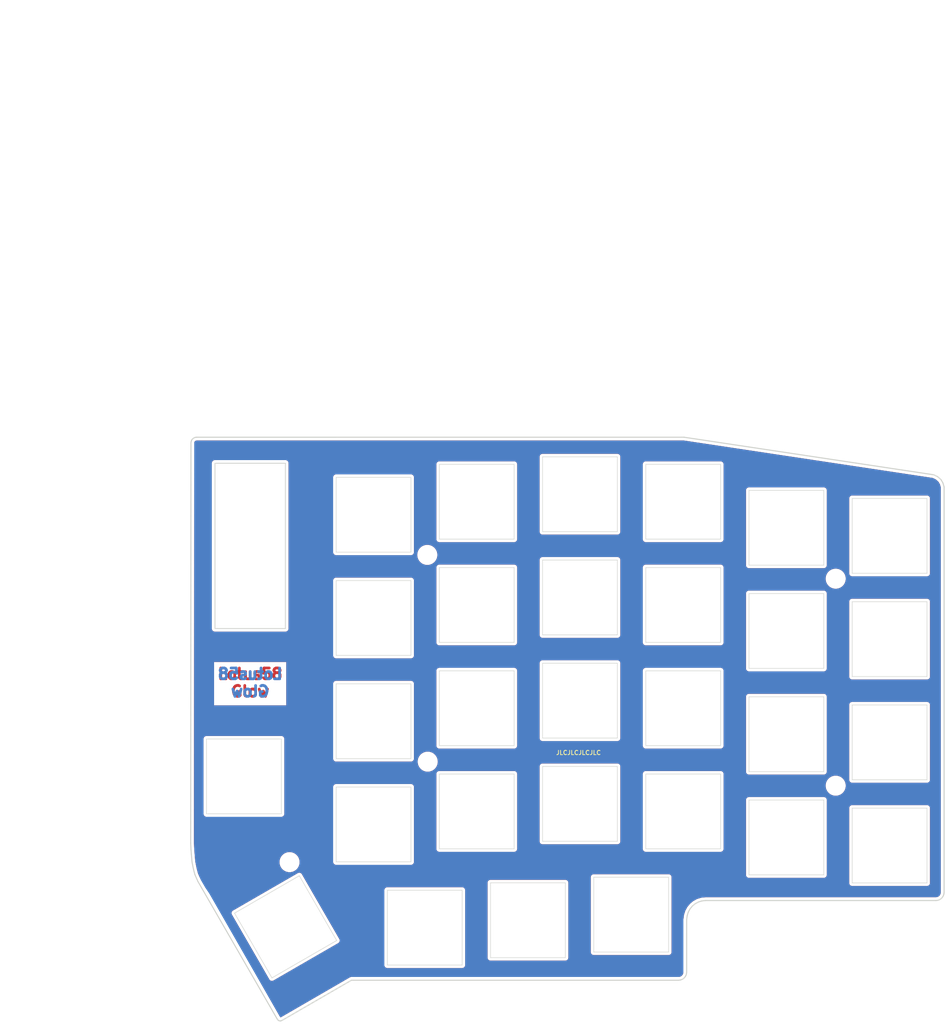
<source format=kicad_pcb>
(kicad_pcb (version 20171130) (host pcbnew "(5.1.9)-1")

  (general
    (thickness 1.6)
    (drawings 69)
    (tracks 0)
    (zones 0)
    (modules 34)
    (nets 1)
  )

  (page A4)
  (title_block
    (title "Lotus 58 Glow MX")
    (date 2020-12-12)
    (rev 0.95)
    (company "Markus Knutsson <markus.knutsson@tweety.se>")
    (comment 1 https://github.com/TweetyDaBird)
    (comment 2 "Licensed under CERN-OHL-S v2 or any superseding version")
  )

  (layers
    (0 F.Cu signal)
    (31 B.Cu signal)
    (32 B.Adhes user)
    (33 F.Adhes user)
    (34 B.Paste user)
    (35 F.Paste user)
    (36 B.SilkS user)
    (37 F.SilkS user)
    (38 B.Mask user)
    (39 F.Mask user)
    (40 Dwgs.User user)
    (41 Cmts.User user)
    (42 Eco1.User user)
    (43 Eco2.User user)
    (44 Edge.Cuts user)
    (45 Margin user)
    (46 B.CrtYd user)
    (47 F.CrtYd user)
    (48 B.Fab user)
    (49 F.Fab user)
  )

  (setup
    (last_trace_width 0.25)
    (user_trace_width 2.5)
    (trace_clearance 0.2)
    (zone_clearance 0.508)
    (zone_45_only no)
    (trace_min 0.2)
    (via_size 0.6096)
    (via_drill 0.3048)
    (via_min_size 0.4)
    (via_min_drill 0.3)
    (uvia_size 0.3)
    (uvia_drill 0.1)
    (uvias_allowed no)
    (uvia_min_size 0.2)
    (uvia_min_drill 0.1)
    (edge_width 0.15)
    (segment_width 0.2)
    (pcb_text_width 0.3)
    (pcb_text_size 1.5 1.5)
    (mod_edge_width 0.15)
    (mod_text_size 1 1)
    (mod_text_width 0.15)
    (pad_size 1.397 1.397)
    (pad_drill 0.8128)
    (pad_to_mask_clearance 0)
    (aux_axis_origin 76.0603 36.6903)
    (visible_elements 7FFFFF7F)
    (pcbplotparams
      (layerselection 0x010f0_ffffffff)
      (usegerberextensions false)
      (usegerberattributes false)
      (usegerberadvancedattributes false)
      (creategerberjobfile false)
      (excludeedgelayer true)
      (linewidth 0.100000)
      (plotframeref false)
      (viasonmask false)
      (mode 1)
      (useauxorigin false)
      (hpglpennumber 1)
      (hpglpenspeed 20)
      (hpglpendiameter 15.000000)
      (psnegative false)
      (psa4output false)
      (plotreference true)
      (plotvalue true)
      (plotinvisibletext false)
      (padsonsilk false)
      (subtractmaskfromsilk true)
      (outputformat 1)
      (mirror false)
      (drillshape 0)
      (scaleselection 1)
      (outputdirectory "gerber/"))
  )

  (net 0 "")

  (net_class Default "これは標準のネット クラスです。"
    (clearance 0.2)
    (trace_width 0.25)
    (via_dia 0.6096)
    (via_drill 0.3048)
    (uvia_dia 0.3)
    (uvia_drill 0.1)
  )

  (net_class GND ""
    (clearance 0.2)
    (trace_width 0.5)
    (via_dia 0.8128)
    (via_drill 0.3048)
    (uvia_dia 0.3)
    (uvia_drill 0.1)
  )

  (net_class VCC ""
    (clearance 0.2)
    (trace_width 0.5)
    (via_dia 0.8128)
    (via_drill 0.3048)
    (uvia_dia 0.3)
    (uvia_drill 0.1)
  )

  (module "Keyboard Library:Cherry_MX_Plate_Hole_Placeholder" locked (layer F.Cu) (tedit 5FD86C71) (tstamp 5D2EB223)
    (at 114.4 50)
    (descr "MX-style keyswitch with reversible Kailh socket mount")
    (tags MX,cherry,gateron,kailh,pg1511,socket)
    (path /5B7225DA)
    (fp_text reference SW1 (at 0 0) (layer F.SilkS) hide
      (effects (font (size 1.27 1.27) (thickness 0.15)))
    )
    (fp_text value SW_PUSH (at 0 0) (layer F.SilkS) hide
      (effects (font (size 1.27 1.27) (thickness 0.15)))
    )
    (fp_line (start 6.9 -6.9) (end -6.9 -6.9) (layer Edge.Cuts) (width 0.1))
    (fp_line (start 6.9 6.9) (end 6.9 -6.9) (layer Edge.Cuts) (width 0.1))
    (fp_line (start 6.9 6.9) (end -6.9 6.9) (layer Edge.Cuts) (width 0.1))
    (fp_line (start -6.9 6.9) (end -6.9 -6.9) (layer Edge.Cuts) (width 0.1))
  )

  (module "Keyboard Library:Cherry_MX_Plate_Hole_Placeholder" locked (layer F.Cu) (tedit 5FD86C71) (tstamp 5D2E3B10)
    (at 190.6 109.55)
    (descr "MX-style keyswitch with reversible Kailh socket mount")
    (tags MX,cherry,gateron,kailh,pg1511,socket)
    (path /5B7270F6)
    (fp_text reference SW23 (at 0 0) (layer F.SilkS) hide
      (effects (font (size 1.27 1.27) (thickness 0.15)))
    )
    (fp_text value SW_PUSH (at 0 0) (layer F.SilkS) hide
      (effects (font (size 1.27 1.27) (thickness 0.15)))
    )
    (fp_line (start 6.9 -6.9) (end -6.9 -6.9) (layer Edge.Cuts) (width 0.1))
    (fp_line (start 6.9 6.9) (end 6.9 -6.9) (layer Edge.Cuts) (width 0.1))
    (fp_line (start 6.9 6.9) (end -6.9 6.9) (layer Edge.Cuts) (width 0.1))
    (fp_line (start -6.9 6.9) (end -6.9 -6.9) (layer Edge.Cuts) (width 0.1))
  )

  (module "Keyboard Library:Cherry_MX_Plate_Hole_Placeholder" locked (layer F.Cu) (tedit 5FD86C71) (tstamp 5D2E3B8E)
    (at 161.95 123.8)
    (descr "MX-style keyswitch with reversible Kailh socket mount")
    (tags MX,cherry,gateron,kailh,pg1511,socket)
    (path /5B73449B)
    (fp_text reference SW29 (at 0 0) (layer F.SilkS) hide
      (effects (font (size 1.27 1.27) (thickness 0.15)))
    )
    (fp_text value SW_PUSH (at 0 0) (layer F.SilkS) hide
      (effects (font (size 1.27 1.27) (thickness 0.15)))
    )
    (fp_line (start 6.9 -6.9) (end -6.9 -6.9) (layer Edge.Cuts) (width 0.1))
    (fp_line (start 6.9 6.9) (end 6.9 -6.9) (layer Edge.Cuts) (width 0.1))
    (fp_line (start 6.9 6.9) (end -6.9 6.9) (layer Edge.Cuts) (width 0.1))
    (fp_line (start -6.9 6.9) (end -6.9 -6.9) (layer Edge.Cuts) (width 0.1))
  )

  (module "Keyboard Library:Cherry_MX_Plate_Hole_Placeholder" locked (layer F.Cu) (tedit 5FD86C71) (tstamp 5D2E3B79)
    (at 142.8977 124.8283)
    (descr "MX-style keyswitch with reversible Kailh socket mount")
    (tags MX,cherry,gateron,kailh,pg1511,socket)
    (path /5B734347)
    (fp_text reference SW28 (at 0 0) (layer F.SilkS) hide
      (effects (font (size 1.27 1.27) (thickness 0.15)))
    )
    (fp_text value SW_PUSH (at 0 0) (layer F.SilkS) hide
      (effects (font (size 1.27 1.27) (thickness 0.15)))
    )
    (fp_line (start 6.9 -6.9) (end -6.9 -6.9) (layer Edge.Cuts) (width 0.1))
    (fp_line (start 6.9 6.9) (end 6.9 -6.9) (layer Edge.Cuts) (width 0.1))
    (fp_line (start 6.9 6.9) (end -6.9 6.9) (layer Edge.Cuts) (width 0.1))
    (fp_line (start -6.9 6.9) (end -6.9 -6.9) (layer Edge.Cuts) (width 0.1))
  )

  (module "Keyboard Library:Cherry_MX_Plate_Hole_Placeholder" locked (layer F.Cu) (tedit 5FD86C71) (tstamp 5D2E3B64)
    (at 123.85 126.2)
    (descr "MX-style keyswitch with reversible Kailh socket mount")
    (tags MX,cherry,gateron,kailh,pg1511,socket)
    (path /5B7293B0)
    (fp_text reference SW27 (at 0 0) (layer F.SilkS) hide
      (effects (font (size 1.27 1.27) (thickness 0.15)))
    )
    (fp_text value SW_PUSH (at 0 0) (layer F.SilkS) hide
      (effects (font (size 1.27 1.27) (thickness 0.15)))
    )
    (fp_line (start 6.9 -6.9) (end -6.9 -6.9) (layer Edge.Cuts) (width 0.1))
    (fp_line (start 6.9 6.9) (end 6.9 -6.9) (layer Edge.Cuts) (width 0.1))
    (fp_line (start 6.9 6.9) (end -6.9 6.9) (layer Edge.Cuts) (width 0.1))
    (fp_line (start -6.9 6.9) (end -6.9 -6.9) (layer Edge.Cuts) (width 0.1))
  )

  (module "Keyboard Library:Cherry_MX_Plate_Hole_Placeholder" locked (layer F.Cu) (tedit 5FD86C71) (tstamp 5FB1EE42)
    (at 98.171 126.0475 300)
    (descr "MX-style keyswitch with reversible Kailh socket mount")
    (tags MX,cherry,gateron,kailh,pg1511,socket)
    (path /5B722582)
    (fp_text reference SW26 (at 0 0 120) (layer F.SilkS) hide
      (effects (font (size 1.27 1.27) (thickness 0.15)))
    )
    (fp_text value SW_PUSH (at 0 0 120) (layer F.SilkS) hide
      (effects (font (size 1.27 1.27) (thickness 0.15)))
    )
    (fp_line (start 6.9 -6.9) (end -6.9 -6.9) (layer Edge.Cuts) (width 0.1))
    (fp_line (start 6.9 6.9) (end 6.9 -6.9) (layer Edge.Cuts) (width 0.1))
    (fp_line (start 6.9 6.9) (end -6.9 6.9) (layer Edge.Cuts) (width 0.1))
    (fp_line (start -6.9 6.9) (end -6.9 -6.9) (layer Edge.Cuts) (width 0.1))
  )

  (module "Keyboard Library:Cherry_MX_Plate_Hole_Placeholder" locked (layer F.Cu) (tedit 5FD86C71) (tstamp 5FAC2AEB)
    (at 90.4748 98.2853)
    (descr "MX-style keyswitch with reversible Kailh socket mount")
    (tags MX,cherry,gateron,kailh,pg1511,socket)
    (path /5B722503)
    (fp_text reference SW25 (at 0 0) (layer F.SilkS) hide
      (effects (font (size 1.27 1.27) (thickness 0.15)))
    )
    (fp_text value SW_PUSH (at 0 0) (layer F.SilkS) hide
      (effects (font (size 1.27 1.27) (thickness 0.15)))
    )
    (fp_line (start 6.9 -6.9) (end -6.9 -6.9) (layer Edge.Cuts) (width 0.1))
    (fp_line (start 6.9 6.9) (end 6.9 -6.9) (layer Edge.Cuts) (width 0.1))
    (fp_line (start 6.9 6.9) (end -6.9 6.9) (layer Edge.Cuts) (width 0.1))
    (fp_line (start -6.9 6.9) (end -6.9 -6.9) (layer Edge.Cuts) (width 0.1))
  )

  (module "Keyboard Library:Cherry_MX_Plate_Hole_Placeholder" locked (layer F.Cu) (tedit 5FD86C71) (tstamp 5FAC4603)
    (at 209.65 111.05)
    (descr "MX-style keyswitch with reversible Kailh socket mount")
    (tags MX,cherry,gateron,kailh,pg1511,socket)
    (path /5B7271A5)
    (fp_text reference SW24 (at 0 0) (layer F.SilkS) hide
      (effects (font (size 1.27 1.27) (thickness 0.15)))
    )
    (fp_text value SW_PUSH (at 0 0) (layer F.SilkS) hide
      (effects (font (size 1.27 1.27) (thickness 0.15)))
    )
    (fp_line (start 6.9 -6.9) (end -6.9 -6.9) (layer Edge.Cuts) (width 0.1))
    (fp_line (start 6.9 6.9) (end 6.9 -6.9) (layer Edge.Cuts) (width 0.1))
    (fp_line (start 6.9 6.9) (end -6.9 6.9) (layer Edge.Cuts) (width 0.1))
    (fp_line (start -6.9 6.9) (end -6.9 -6.9) (layer Edge.Cuts) (width 0.1))
  )

  (module "Keyboard Library:Cherry_MX_Plate_Hole_Placeholder" locked (layer F.Cu) (tedit 5FD86C71) (tstamp 5D2E3AFB)
    (at 171.55 104.75)
    (descr "MX-style keyswitch with reversible Kailh socket mount")
    (tags MX,cherry,gateron,kailh,pg1511,socket)
    (path /5B727035)
    (fp_text reference SW22 (at 0 0) (layer F.SilkS) hide
      (effects (font (size 1.27 1.27) (thickness 0.15)))
    )
    (fp_text value SW_PUSH (at 0 0) (layer F.SilkS) hide
      (effects (font (size 1.27 1.27) (thickness 0.15)))
    )
    (fp_line (start 6.9 -6.9) (end -6.9 -6.9) (layer Edge.Cuts) (width 0.1))
    (fp_line (start 6.9 6.9) (end 6.9 -6.9) (layer Edge.Cuts) (width 0.1))
    (fp_line (start 6.9 6.9) (end -6.9 6.9) (layer Edge.Cuts) (width 0.1))
    (fp_line (start -6.9 6.9) (end -6.9 -6.9) (layer Edge.Cuts) (width 0.1))
  )

  (module "Keyboard Library:Cherry_MX_Plate_Hole_Placeholder" locked (layer F.Cu) (tedit 5FD86C71) (tstamp 5D2E3AE6)
    (at 152.5 103.36)
    (descr "MX-style keyswitch with reversible Kailh socket mount")
    (tags MX,cherry,gateron,kailh,pg1511,socket)
    (path /5B726F89)
    (fp_text reference SW21 (at 0 0) (layer F.SilkS) hide
      (effects (font (size 1.27 1.27) (thickness 0.15)))
    )
    (fp_text value SW_PUSH (at 0 0) (layer F.SilkS) hide
      (effects (font (size 1.27 1.27) (thickness 0.15)))
    )
    (fp_line (start 6.9 -6.9) (end -6.9 -6.9) (layer Edge.Cuts) (width 0.1))
    (fp_line (start 6.9 6.9) (end 6.9 -6.9) (layer Edge.Cuts) (width 0.1))
    (fp_line (start 6.9 6.9) (end -6.9 6.9) (layer Edge.Cuts) (width 0.1))
    (fp_line (start -6.9 6.9) (end -6.9 -6.9) (layer Edge.Cuts) (width 0.1))
  )

  (module "Keyboard Library:Cherry_MX_Plate_Hole_Placeholder" locked (layer F.Cu) (tedit 5FD86C71) (tstamp 5D2E3AD1)
    (at 133.45 104.75)
    (descr "MX-style keyswitch with reversible Kailh socket mount")
    (tags MX,cherry,gateron,kailh,pg1511,socket)
    (path /5B727256)
    (fp_text reference SW20 (at 0 0) (layer F.SilkS) hide
      (effects (font (size 1.27 1.27) (thickness 0.15)))
    )
    (fp_text value SW_PUSH (at 0 0) (layer F.SilkS) hide
      (effects (font (size 1.27 1.27) (thickness 0.15)))
    )
    (fp_line (start 6.9 -6.9) (end -6.9 -6.9) (layer Edge.Cuts) (width 0.1))
    (fp_line (start 6.9 6.9) (end 6.9 -6.9) (layer Edge.Cuts) (width 0.1))
    (fp_line (start 6.9 6.9) (end -6.9 6.9) (layer Edge.Cuts) (width 0.1))
    (fp_line (start -6.9 6.9) (end -6.9 -6.9) (layer Edge.Cuts) (width 0.1))
  )

  (module "Keyboard Library:Cherry_MX_Plate_Hole_Placeholder" locked (layer F.Cu) (tedit 5FD86C71) (tstamp 5D2E3ABC)
    (at 114.4 107.15)
    (descr "MX-style keyswitch with reversible Kailh socket mount")
    (tags MX,cherry,gateron,kailh,pg1511,socket)
    (path /5B727312)
    (fp_text reference SW19 (at 0 0) (layer F.SilkS) hide
      (effects (font (size 1.27 1.27) (thickness 0.15)))
    )
    (fp_text value SW_PUSH (at 0 0) (layer F.SilkS) hide
      (effects (font (size 1.27 1.27) (thickness 0.15)))
    )
    (fp_line (start 6.9 -6.9) (end -6.9 -6.9) (layer Edge.Cuts) (width 0.1))
    (fp_line (start 6.9 6.9) (end 6.9 -6.9) (layer Edge.Cuts) (width 0.1))
    (fp_line (start 6.9 6.9) (end -6.9 6.9) (layer Edge.Cuts) (width 0.1))
    (fp_line (start -6.9 6.9) (end -6.9 -6.9) (layer Edge.Cuts) (width 0.1))
  )

  (module "Keyboard Library:Cherry_MX_Plate_Hole_Placeholder" locked (layer F.Cu) (tedit 5FD86C71) (tstamp 5D2E3AA7)
    (at 209.65 92)
    (descr "MX-style keyswitch with reversible Kailh socket mount")
    (tags MX,cherry,gateron,kailh,pg1511,socket)
    (path /5B725398)
    (fp_text reference SW18 (at 0 0) (layer F.SilkS) hide
      (effects (font (size 1.27 1.27) (thickness 0.15)))
    )
    (fp_text value SW_PUSH (at 0 0) (layer F.SilkS) hide
      (effects (font (size 1.27 1.27) (thickness 0.15)))
    )
    (fp_line (start 6.9 -6.9) (end -6.9 -6.9) (layer Edge.Cuts) (width 0.1))
    (fp_line (start 6.9 6.9) (end 6.9 -6.9) (layer Edge.Cuts) (width 0.1))
    (fp_line (start 6.9 6.9) (end -6.9 6.9) (layer Edge.Cuts) (width 0.1))
    (fp_line (start -6.9 6.9) (end -6.9 -6.9) (layer Edge.Cuts) (width 0.1))
  )

  (module "Keyboard Library:Cherry_MX_Plate_Hole_Placeholder" locked (layer F.Cu) (tedit 5FD86C71) (tstamp 5D2E3A92)
    (at 190.6 90.5)
    (descr "MX-style keyswitch with reversible Kailh socket mount")
    (tags MX,cherry,gateron,kailh,pg1511,socket)
    (path /5B7252F1)
    (fp_text reference SW17 (at 0 0) (layer F.SilkS) hide
      (effects (font (size 1.27 1.27) (thickness 0.15)))
    )
    (fp_text value SW_PUSH (at 0 0) (layer F.SilkS) hide
      (effects (font (size 1.27 1.27) (thickness 0.15)))
    )
    (fp_line (start 6.9 -6.9) (end -6.9 -6.9) (layer Edge.Cuts) (width 0.1))
    (fp_line (start 6.9 6.9) (end 6.9 -6.9) (layer Edge.Cuts) (width 0.1))
    (fp_line (start 6.9 6.9) (end -6.9 6.9) (layer Edge.Cuts) (width 0.1))
    (fp_line (start -6.9 6.9) (end -6.9 -6.9) (layer Edge.Cuts) (width 0.1))
  )

  (module "Keyboard Library:Cherry_MX_Plate_Hole_Placeholder" locked (layer F.Cu) (tedit 5FD86C71) (tstamp 5FB39990)
    (at 171.55 85.7)
    (descr "MX-style keyswitch with reversible Kailh socket mount")
    (tags MX,cherry,gateron,kailh,pg1511,socket)
    (path /5B72524E)
    (fp_text reference SW16 (at 0 0) (layer F.SilkS) hide
      (effects (font (size 1.27 1.27) (thickness 0.15)))
    )
    (fp_text value SW_PUSH (at 0 0) (layer F.SilkS) hide
      (effects (font (size 1.27 1.27) (thickness 0.15)))
    )
    (fp_line (start 6.9 -6.9) (end -6.9 -6.9) (layer Edge.Cuts) (width 0.1))
    (fp_line (start 6.9 6.9) (end 6.9 -6.9) (layer Edge.Cuts) (width 0.1))
    (fp_line (start 6.9 6.9) (end -6.9 6.9) (layer Edge.Cuts) (width 0.1))
    (fp_line (start -6.9 6.9) (end -6.9 -6.9) (layer Edge.Cuts) (width 0.1))
  )

  (module "Keyboard Library:Cherry_MX_Plate_Hole_Placeholder" locked (layer F.Cu) (tedit 5FD86C71) (tstamp 5D2E3A68)
    (at 152.5 84.31)
    (descr "MX-style keyswitch with reversible Kailh socket mount")
    (tags MX,cherry,gateron,kailh,pg1511,socket)
    (path /5B7251BF)
    (fp_text reference SW15 (at 0 0) (layer F.SilkS) hide
      (effects (font (size 1.27 1.27) (thickness 0.15)))
    )
    (fp_text value SW_PUSH (at 0 0) (layer F.SilkS) hide
      (effects (font (size 1.27 1.27) (thickness 0.15)))
    )
    (fp_line (start 6.9 -6.9) (end -6.9 -6.9) (layer Edge.Cuts) (width 0.1))
    (fp_line (start 6.9 6.9) (end 6.9 -6.9) (layer Edge.Cuts) (width 0.1))
    (fp_line (start 6.9 6.9) (end -6.9 6.9) (layer Edge.Cuts) (width 0.1))
    (fp_line (start -6.9 6.9) (end -6.9 -6.9) (layer Edge.Cuts) (width 0.1))
  )

  (module "Keyboard Library:Cherry_MX_Plate_Hole_Placeholder" locked (layer F.Cu) (tedit 5FD86C71) (tstamp 5D2E3A53)
    (at 133.45 85.7)
    (descr "MX-style keyswitch with reversible Kailh socket mount")
    (tags MX,cherry,gateron,kailh,pg1511,socket)
    (path /5B725133)
    (fp_text reference SW14 (at 0 0) (layer F.SilkS) hide
      (effects (font (size 1.27 1.27) (thickness 0.15)))
    )
    (fp_text value SW_PUSH (at 0 0) (layer F.SilkS) hide
      (effects (font (size 1.27 1.27) (thickness 0.15)))
    )
    (fp_line (start 6.9 -6.9) (end -6.9 -6.9) (layer Edge.Cuts) (width 0.1))
    (fp_line (start 6.9 6.9) (end 6.9 -6.9) (layer Edge.Cuts) (width 0.1))
    (fp_line (start 6.9 6.9) (end -6.9 6.9) (layer Edge.Cuts) (width 0.1))
    (fp_line (start -6.9 6.9) (end -6.9 -6.9) (layer Edge.Cuts) (width 0.1))
  )

  (module "Keyboard Library:Cherry_MX_Plate_Hole_Placeholder" locked (layer F.Cu) (tedit 5FD86C71) (tstamp 5D2E3A3E)
    (at 114.4 88.1)
    (descr "MX-style keyswitch with reversible Kailh socket mount")
    (tags MX,cherry,gateron,kailh,pg1511,socket)
    (path /5B7250AD)
    (fp_text reference SW13 (at 0 0) (layer F.SilkS) hide
      (effects (font (size 1.27 1.27) (thickness 0.15)))
    )
    (fp_text value SW_PUSH (at 0 0) (layer F.SilkS) hide
      (effects (font (size 1.27 1.27) (thickness 0.15)))
    )
    (fp_line (start 6.9 -6.9) (end -6.9 -6.9) (layer Edge.Cuts) (width 0.1))
    (fp_line (start 6.9 6.9) (end 6.9 -6.9) (layer Edge.Cuts) (width 0.1))
    (fp_line (start 6.9 6.9) (end -6.9 6.9) (layer Edge.Cuts) (width 0.1))
    (fp_line (start -6.9 6.9) (end -6.9 -6.9) (layer Edge.Cuts) (width 0.1))
  )

  (module "Keyboard Library:Cherry_MX_Plate_Hole_Placeholder" locked (layer F.Cu) (tedit 5FD86C71) (tstamp 5D2E3A29)
    (at 209.65 72.95)
    (descr "MX-style keyswitch with reversible Kailh socket mount")
    (tags MX,cherry,gateron,kailh,pg1511,socket)
    (path /5B723AD3)
    (fp_text reference SW12 (at 0 0) (layer F.SilkS) hide
      (effects (font (size 1.27 1.27) (thickness 0.15)))
    )
    (fp_text value SW_PUSH (at 0 0) (layer F.SilkS) hide
      (effects (font (size 1.27 1.27) (thickness 0.15)))
    )
    (fp_line (start 6.9 -6.9) (end -6.9 -6.9) (layer Edge.Cuts) (width 0.1))
    (fp_line (start 6.9 6.9) (end 6.9 -6.9) (layer Edge.Cuts) (width 0.1))
    (fp_line (start 6.9 6.9) (end -6.9 6.9) (layer Edge.Cuts) (width 0.1))
    (fp_line (start -6.9 6.9) (end -6.9 -6.9) (layer Edge.Cuts) (width 0.1))
  )

  (module "Keyboard Library:Cherry_MX_Plate_Hole_Placeholder" locked (layer F.Cu) (tedit 5FD86C71) (tstamp 5D2E3A14)
    (at 190.6 71.45)
    (descr "MX-style keyswitch with reversible Kailh socket mount")
    (tags MX,cherry,gateron,kailh,pg1511,socket)
    (path /5B72387D)
    (fp_text reference SW11 (at 0 0) (layer F.SilkS) hide
      (effects (font (size 1.27 1.27) (thickness 0.15)))
    )
    (fp_text value SW_PUSH (at 0 0) (layer F.SilkS) hide
      (effects (font (size 1.27 1.27) (thickness 0.15)))
    )
    (fp_line (start 6.9 -6.9) (end -6.9 -6.9) (layer Edge.Cuts) (width 0.1))
    (fp_line (start 6.9 6.9) (end 6.9 -6.9) (layer Edge.Cuts) (width 0.1))
    (fp_line (start 6.9 6.9) (end -6.9 6.9) (layer Edge.Cuts) (width 0.1))
    (fp_line (start -6.9 6.9) (end -6.9 -6.9) (layer Edge.Cuts) (width 0.1))
  )

  (module "Keyboard Library:Cherry_MX_Plate_Hole_Placeholder" locked (layer F.Cu) (tedit 5FD86C71) (tstamp 5D2E39FF)
    (at 171.55 66.65)
    (descr "MX-style keyswitch with reversible Kailh socket mount")
    (tags MX,cherry,gateron,kailh,pg1511,socket)
    (path /5B7237A6)
    (fp_text reference SW10 (at 0 0) (layer F.SilkS) hide
      (effects (font (size 1.27 1.27) (thickness 0.15)))
    )
    (fp_text value SW_PUSH (at 0 0) (layer F.SilkS) hide
      (effects (font (size 1.27 1.27) (thickness 0.15)))
    )
    (fp_line (start 6.9 -6.9) (end -6.9 -6.9) (layer Edge.Cuts) (width 0.1))
    (fp_line (start 6.9 6.9) (end 6.9 -6.9) (layer Edge.Cuts) (width 0.1))
    (fp_line (start 6.9 6.9) (end -6.9 6.9) (layer Edge.Cuts) (width 0.1))
    (fp_line (start -6.9 6.9) (end -6.9 -6.9) (layer Edge.Cuts) (width 0.1))
  )

  (module "Keyboard Library:Cherry_MX_Plate_Hole_Placeholder" locked (layer F.Cu) (tedit 5FD86C71) (tstamp 5D2E39EA)
    (at 152.5 65.26)
    (descr "MX-style keyswitch with reversible Kailh socket mount")
    (tags MX,cherry,gateron,kailh,pg1511,socket)
    (path /5B723731)
    (fp_text reference SW9 (at 0 0) (layer F.SilkS) hide
      (effects (font (size 1.27 1.27) (thickness 0.15)))
    )
    (fp_text value SW_PUSH (at 0 0) (layer F.SilkS) hide
      (effects (font (size 1.27 1.27) (thickness 0.15)))
    )
    (fp_line (start 6.9 -6.9) (end -6.9 -6.9) (layer Edge.Cuts) (width 0.1))
    (fp_line (start 6.9 6.9) (end 6.9 -6.9) (layer Edge.Cuts) (width 0.1))
    (fp_line (start 6.9 6.9) (end -6.9 6.9) (layer Edge.Cuts) (width 0.1))
    (fp_line (start -6.9 6.9) (end -6.9 -6.9) (layer Edge.Cuts) (width 0.1))
  )

  (module "Keyboard Library:Cherry_MX_Plate_Hole_Placeholder" locked (layer F.Cu) (tedit 5FD86C71) (tstamp 5FE2A4B7)
    (at 133.45 66.65)
    (descr "MX-style keyswitch with reversible Kailh socket mount")
    (tags MX,cherry,gateron,kailh,pg1511,socket)
    (path /5B723388)
    (fp_text reference SW8 (at 0 0) (layer F.SilkS) hide
      (effects (font (size 1.27 1.27) (thickness 0.15)))
    )
    (fp_text value SW_PUSH (at 0 0) (layer F.SilkS) hide
      (effects (font (size 1.27 1.27) (thickness 0.15)))
    )
    (fp_line (start 6.9 -6.9) (end -6.9 -6.9) (layer Edge.Cuts) (width 0.1))
    (fp_line (start 6.9 6.9) (end 6.9 -6.9) (layer Edge.Cuts) (width 0.1))
    (fp_line (start 6.9 6.9) (end -6.9 6.9) (layer Edge.Cuts) (width 0.1))
    (fp_line (start -6.9 6.9) (end -6.9 -6.9) (layer Edge.Cuts) (width 0.1))
  )

  (module "Keyboard Library:Cherry_MX_Plate_Hole_Placeholder" locked (layer F.Cu) (tedit 5FD86C71) (tstamp 5D2E39C0)
    (at 114.4 69.05)
    (descr "MX-style keyswitch with reversible Kailh socket mount")
    (tags MX,cherry,gateron,kailh,pg1511,socket)
    (path /5B723C9D)
    (fp_text reference SW7 (at 0 0) (layer F.SilkS) hide
      (effects (font (size 1.27 1.27) (thickness 0.15)))
    )
    (fp_text value SW_PUSH (at 0 0) (layer F.SilkS) hide
      (effects (font (size 1.27 1.27) (thickness 0.15)))
    )
    (fp_line (start 6.9 -6.9) (end -6.9 -6.9) (layer Edge.Cuts) (width 0.1))
    (fp_line (start 6.9 6.9) (end 6.9 -6.9) (layer Edge.Cuts) (width 0.1))
    (fp_line (start 6.9 6.9) (end -6.9 6.9) (layer Edge.Cuts) (width 0.1))
    (fp_line (start -6.9 6.9) (end -6.9 -6.9) (layer Edge.Cuts) (width 0.1))
  )

  (module "Keyboard Library:Cherry_MX_Plate_Hole_Placeholder" locked (layer F.Cu) (tedit 5FD86C71) (tstamp 5D2E39AB)
    (at 209.65 53.9)
    (descr "MX-style keyswitch with reversible Kailh socket mount")
    (tags MX,cherry,gateron,kailh,pg1511,socket)
    (path /5B722CA9)
    (fp_text reference SW6 (at 0 0) (layer F.SilkS) hide
      (effects (font (size 1.27 1.27) (thickness 0.15)))
    )
    (fp_text value SW_PUSH (at 0 0) (layer F.SilkS) hide
      (effects (font (size 1.27 1.27) (thickness 0.15)))
    )
    (fp_line (start 6.9 -6.9) (end -6.9 -6.9) (layer Edge.Cuts) (width 0.1))
    (fp_line (start 6.9 6.9) (end 6.9 -6.9) (layer Edge.Cuts) (width 0.1))
    (fp_line (start 6.9 6.9) (end -6.9 6.9) (layer Edge.Cuts) (width 0.1))
    (fp_line (start -6.9 6.9) (end -6.9 -6.9) (layer Edge.Cuts) (width 0.1))
  )

  (module "Keyboard Library:Cherry_MX_Plate_Hole_Placeholder" locked (layer F.Cu) (tedit 5FD86C71) (tstamp 5FD2C7F5)
    (at 190.6 52.4)
    (descr "MX-style keyswitch with reversible Kailh socket mount")
    (tags MX,cherry,gateron,kailh,pg1511,socket)
    (path /5B722B51)
    (fp_text reference SW5 (at 0 0) (layer F.SilkS) hide
      (effects (font (size 1.27 1.27) (thickness 0.15)))
    )
    (fp_text value SW_PUSH (at 0 0) (layer F.SilkS) hide
      (effects (font (size 1.27 1.27) (thickness 0.15)))
    )
    (fp_line (start 6.9 -6.9) (end -6.9 -6.9) (layer Edge.Cuts) (width 0.1))
    (fp_line (start 6.9 6.9) (end 6.9 -6.9) (layer Edge.Cuts) (width 0.1))
    (fp_line (start 6.9 6.9) (end -6.9 6.9) (layer Edge.Cuts) (width 0.1))
    (fp_line (start -6.9 6.9) (end -6.9 -6.9) (layer Edge.Cuts) (width 0.1))
  )

  (module "Keyboard Library:Cherry_MX_Plate_Hole_Placeholder" locked (layer F.Cu) (tedit 5FD86C71) (tstamp 5D2E3981)
    (at 171.55 47.6)
    (descr "MX-style keyswitch with reversible Kailh socket mount")
    (tags MX,cherry,gateron,kailh,pg1511,socket)
    (path /5B722A11)
    (fp_text reference SW4 (at 0 0) (layer F.SilkS) hide
      (effects (font (size 1.27 1.27) (thickness 0.15)))
    )
    (fp_text value SW_PUSH (at 0 0) (layer F.SilkS) hide
      (effects (font (size 1.27 1.27) (thickness 0.15)))
    )
    (fp_line (start 6.9 -6.9) (end -6.9 -6.9) (layer Edge.Cuts) (width 0.1))
    (fp_line (start 6.9 6.9) (end 6.9 -6.9) (layer Edge.Cuts) (width 0.1))
    (fp_line (start 6.9 6.9) (end -6.9 6.9) (layer Edge.Cuts) (width 0.1))
    (fp_line (start -6.9 6.9) (end -6.9 -6.9) (layer Edge.Cuts) (width 0.1))
  )

  (module "Keyboard Library:Cherry_MX_Plate_Hole_Placeholder" locked (layer F.Cu) (tedit 5FD86C71) (tstamp 5D2E396C)
    (at 152.5 46.21)
    (descr "MX-style keyswitch with reversible Kailh socket mount")
    (tags MX,cherry,gateron,kailh,pg1511,socket)
    (path /5B7228F7)
    (fp_text reference SW3 (at 0 0) (layer F.SilkS) hide
      (effects (font (size 1.27 1.27) (thickness 0.15)))
    )
    (fp_text value SW_PUSH (at 0 0) (layer F.SilkS) hide
      (effects (font (size 1.27 1.27) (thickness 0.15)))
    )
    (fp_line (start 6.9 -6.9) (end -6.9 -6.9) (layer Edge.Cuts) (width 0.1))
    (fp_line (start 6.9 6.9) (end 6.9 -6.9) (layer Edge.Cuts) (width 0.1))
    (fp_line (start 6.9 6.9) (end -6.9 6.9) (layer Edge.Cuts) (width 0.1))
    (fp_line (start -6.9 6.9) (end -6.9 -6.9) (layer Edge.Cuts) (width 0.1))
  )

  (module "Keyboard Library:Cherry_MX_Plate_Hole_Placeholder" locked (layer F.Cu) (tedit 5FD86C71) (tstamp 5D2E3957)
    (at 133.45 47.6)
    (descr "MX-style keyswitch with reversible Kailh socket mount")
    (tags MX,cherry,gateron,kailh,pg1511,socket)
    (path /5B7227CD)
    (fp_text reference SW2 (at 0 0) (layer F.SilkS) hide
      (effects (font (size 1.27 1.27) (thickness 0.15)))
    )
    (fp_text value SW_PUSH (at 0 0) (layer F.SilkS) hide
      (effects (font (size 1.27 1.27) (thickness 0.15)))
    )
    (fp_line (start 6.9 -6.9) (end -6.9 -6.9) (layer Edge.Cuts) (width 0.1))
    (fp_line (start 6.9 6.9) (end 6.9 -6.9) (layer Edge.Cuts) (width 0.1))
    (fp_line (start 6.9 6.9) (end -6.9 6.9) (layer Edge.Cuts) (width 0.1))
    (fp_line (start -6.9 6.9) (end -6.9 -6.9) (layer Edge.Cuts) (width 0.1))
  )

  (module MountingHole:MountingHole_2.7mm_M2.5 (layer F.Cu) (tedit 56D1B4CB) (tstamp 6029B25C)
    (at 98.8949 114.1095)
    (descr "Mounting Hole 2.7mm, no annular, M2.5")
    (tags "mounting hole 2.7mm no annular m2.5")
    (attr virtual)
    (fp_text reference REF** (at 0 -3.7) (layer F.SilkS) hide
      (effects (font (size 1 1) (thickness 0.15)))
    )
    (fp_text value MountingHole_2.7mm_M2.5 (at 0 3.7) (layer F.Fab)
      (effects (font (size 1 1) (thickness 0.15)))
    )
    (fp_circle (center 0 0) (end 2.7 0) (layer Cmts.User) (width 0.15))
    (fp_circle (center 0 0) (end 2.95 0) (layer F.CrtYd) (width 0.05))
    (fp_text user %R (at 0.3 0) (layer F.Fab)
      (effects (font (size 1 1) (thickness 0.15)))
    )
    (pad 1 np_thru_hole circle (at 0 0) (size 2.7 2.7) (drill 2.7) (layers *.Cu *.Mask))
  )

  (module MountingHole:MountingHole_2.7mm_M2.5 (layer F.Cu) (tedit 56D1B4CB) (tstamp 6029B224)
    (at 124.3965 95.5675)
    (descr "Mounting Hole 2.7mm, no annular, M2.5")
    (tags "mounting hole 2.7mm no annular m2.5")
    (attr virtual)
    (fp_text reference REF** (at 0 -3.7) (layer F.SilkS) hide
      (effects (font (size 1 1) (thickness 0.15)))
    )
    (fp_text value MountingHole_2.7mm_M2.5 (at 0 3.7) (layer F.Fab)
      (effects (font (size 1 1) (thickness 0.15)))
    )
    (fp_circle (center 0 0) (end 2.7 0) (layer Cmts.User) (width 0.15))
    (fp_circle (center 0 0) (end 2.95 0) (layer F.CrtYd) (width 0.05))
    (fp_text user %R (at 0.3 0) (layer F.Fab)
      (effects (font (size 1 1) (thickness 0.15)))
    )
    (pad 1 np_thru_hole circle (at 0 0) (size 2.7 2.7) (drill 2.7) (layers *.Cu *.Mask))
  )

  (module MountingHole:MountingHole_2.7mm_M2.5 (layer F.Cu) (tedit 56D1B4CB) (tstamp 6029B1A3)
    (at 199.7 100)
    (descr "Mounting Hole 2.7mm, no annular, M2.5")
    (tags "mounting hole 2.7mm no annular m2.5")
    (attr virtual)
    (fp_text reference REF** (at 0 -3.7) (layer F.SilkS) hide
      (effects (font (size 1 1) (thickness 0.15)))
    )
    (fp_text value MountingHole_2.7mm_M2.5 (at 0 3.7) (layer F.Fab)
      (effects (font (size 1 1) (thickness 0.15)))
    )
    (fp_circle (center 0 0) (end 2.7 0) (layer Cmts.User) (width 0.15))
    (fp_circle (center 0 0) (end 2.95 0) (layer F.CrtYd) (width 0.05))
    (fp_text user %R (at 0.3 0) (layer F.Fab)
      (effects (font (size 1 1) (thickness 0.15)))
    )
    (pad 1 np_thru_hole circle (at 0 0) (size 2.7 2.7) (drill 2.7) (layers *.Cu *.Mask))
  )

  (module MountingHole:MountingHole_2.7mm_M2.5 (layer F.Cu) (tedit 56D1B4CB) (tstamp 6029B1A3)
    (at 199.7 61.8)
    (descr "Mounting Hole 2.7mm, no annular, M2.5")
    (tags "mounting hole 2.7mm no annular m2.5")
    (attr virtual)
    (fp_text reference REF** (at 0 -3.7) (layer F.SilkS) hide
      (effects (font (size 1 1) (thickness 0.15)))
    )
    (fp_text value MountingHole_2.7mm_M2.5 (at 0 3.7) (layer F.Fab)
      (effects (font (size 1 1) (thickness 0.15)))
    )
    (fp_circle (center 0 0) (end 2.7 0) (layer Cmts.User) (width 0.15))
    (fp_circle (center 0 0) (end 2.95 0) (layer F.CrtYd) (width 0.05))
    (fp_text user %R (at 0.3 0) (layer F.Fab)
      (effects (font (size 1 1) (thickness 0.15)))
    )
    (pad 1 np_thru_hole circle (at 0 0) (size 2.7 2.7) (drill 2.7) (layers *.Cu *.Mask))
  )

  (module MountingHole:MountingHole_2.7mm_M2.5 (layer F.Cu) (tedit 56D1B4CB) (tstamp 6029B134)
    (at 124.32538 57.40908)
    (descr "Mounting Hole 2.7mm, no annular, M2.5")
    (tags "mounting hole 2.7mm no annular m2.5")
    (attr virtual)
    (fp_text reference REF** (at 0 -3.7) (layer F.SilkS) hide
      (effects (font (size 1 1) (thickness 0.15)))
    )
    (fp_text value MountingHole_2.7mm_M2.5 (at 0 3.7) (layer F.Fab)
      (effects (font (size 1 1) (thickness 0.15)))
    )
    (fp_circle (center 0 0) (end 2.7 0) (layer Cmts.User) (width 0.15))
    (fp_circle (center 0 0) (end 2.95 0) (layer F.CrtYd) (width 0.05))
    (fp_text user %R (at 0.3 0) (layer F.Fab)
      (effects (font (size 1 1) (thickness 0.15)))
    )
    (pad 1 np_thru_hole circle (at 0 0) (size 2.7 2.7) (drill 2.7) (layers *.Cu *.Mask))
  )

  (gr_text JLCJLCJLCJLC (at 152.23 93.91) (layer F.SilkS)
    (effects (font (size 0.8 0.8) (thickness 0.15)))
  )
  (gr_text "Lotus58\nGlow" (at 91.63 80.99) (layer B.Cu) (tstamp 602952C1)
    (effects (font (size 2 2) (thickness 0.5)) (justify mirror))
  )
  (gr_text "Lotus58\nGlow" (at 91.63 80.99) (layer F.Cu)
    (effects (font (size 2 2) (thickness 0.5)))
  )
  (gr_line (start 85.13 70.99) (end 85.13 40.49) (layer Edge.Cuts) (width 0.15))
  (gr_line (start 98.13 70.99) (end 85.13 70.99) (layer Edge.Cuts) (width 0.15))
  (gr_line (start 98.13 40.49) (end 98.13 70.99) (layer Edge.Cuts) (width 0.15))
  (gr_line (start 85.13 40.49) (end 98.13 40.49) (layer Edge.Cuts) (width 0.15))
  (dimension 139.00462 (width 0.15) (layer Eco1.User)
    (gr_text "139,005 mm" (at 150.20261 20.544) (layer Eco1.User)
      (effects (font (size 1 1) (thickness 0.15)))
    )
    (feature1 (pts (xy 80.7003 44.8564) (xy 80.7003 21.257579)))
    (feature2 (pts (xy 219.70492 44.8564) (xy 219.70492 21.257579)))
    (crossbar (pts (xy 219.70492 21.844) (xy 80.7003 21.844)))
    (arrow1a (pts (xy 80.7003 21.844) (xy 81.826804 21.257579)))
    (arrow1b (pts (xy 80.7003 21.844) (xy 81.826804 22.430421)))
    (arrow2a (pts (xy 219.70492 21.844) (xy 218.578416 21.257579)))
    (arrow2b (pts (xy 219.70492 21.844) (xy 218.578416 22.430421)))
  )
  (gr_line (start 80.7085 111.8235) (end 80.772 112.649) (layer Edge.Cuts) (width 0.2) (tstamp 5FB11E18))
  (gr_line (start 80.772 112.649) (end 80.899 114.1095) (layer Edge.Cuts) (width 0.2) (tstamp 5FB11B71))
  (gr_line (start 97.594758 143.271756) (end 110.31982 135.90524) (layer Edge.Cuts) (width 0.2))
  (gr_line (start 218.511891 42.96639) (end 217.79552 42.621355) (layer Edge.Cuts) (width 0.2))
  (gr_line (start 219.50172 44.1452) (end 219.70492 44.8564) (layer Edge.Cuts) (width 0.2) (tstamp 5FAC4583))
  (gr_line (start 219.13342 43.5102) (end 219.50172 44.1452) (layer Edge.Cuts) (width 0.2))
  (dimension 106.7181 (width 0.3) (layer Eco1.User) (tstamp 5BE6B60C)
    (gr_text "106,718 mm" (at 70.9603 90.04935 270) (layer Eco1.User) (tstamp 5BE6B60C)
      (effects (font (size 1.5 1.5) (thickness 0.3)))
    )
    (feature1 (pts (xy 76.0603 143.4084) (xy 72.473879 143.4084)))
    (feature2 (pts (xy 76.0603 36.6903) (xy 72.473879 36.6903)))
    (crossbar (pts (xy 73.0603 36.6903) (xy 73.0603 143.4084)))
    (arrow1a (pts (xy 73.0603 143.4084) (xy 72.473879 142.281896)))
    (arrow1b (pts (xy 73.0603 143.4084) (xy 73.646721 142.281896)))
    (arrow2a (pts (xy 73.0603 36.6903) (xy 72.473879 37.816804)))
    (arrow2b (pts (xy 73.0603 36.6903) (xy 73.646721 37.816804)))
  )
  (gr_line (start 175.719348 121.193595) (end 218.18092 121.19356) (layer Edge.Cuts) (width 0.2))
  (gr_line (start 175.013524 121.264638) (end 175.719348 121.193595) (layer Edge.Cuts) (width 0.2))
  (gr_line (start 174.356326 121.468421) (end 175.013524 121.264638) (layer Edge.Cuts) (width 0.2))
  (gr_line (start 173.761773 121.790925) (end 174.356326 121.468421) (layer Edge.Cuts) (width 0.2))
  (gr_line (start 173.243884 122.218131) (end 173.761773 121.790925) (layer Edge.Cuts) (width 0.2))
  (gr_line (start 172.816678 122.73602) (end 173.243884 122.218131) (layer Edge.Cuts) (width 0.2))
  (gr_line (start 172.494174 123.330573) (end 172.816678 122.73602) (layer Edge.Cuts) (width 0.2))
  (gr_line (start 172.290391 123.987771) (end 172.494174 123.330573) (layer Edge.Cuts) (width 0.2))
  (gr_line (start 172.19422 124.69622) (end 172.290391 123.987771) (layer Edge.Cuts) (width 0.2))
  (gr_line (start 217.79552 42.621355) (end 171.704 35.687) (layer Edge.Cuts) (width 0.2))
  (gr_line (start 171.53204 135.649242) (end 171.277232 135.787458) (layer Edge.Cuts) (width 0.2))
  (gr_line (start 171.753993 135.466153) (end 171.53204 135.649242) (layer Edge.Cuts) (width 0.2))
  (gr_line (start 171.937081 135.244201) (end 171.753993 135.466153) (layer Edge.Cuts) (width 0.2))
  (gr_line (start 172.075297 134.989392) (end 171.937081 135.244201) (layer Edge.Cuts) (width 0.2) (tstamp 5FB0BD0B))
  (gr_line (start 172.162633 134.707736) (end 172.075297 134.989392) (layer Edge.Cuts) (width 0.2))
  (gr_line (start 172.19308 134.427634) (end 172.162633 134.707736) (layer Edge.Cuts) (width 0.2))
  (gr_line (start 219.70492 44.8564) (end 219.70492 119.6848) (layer Edge.Cuts) (width 0.2))
  (gr_line (start 81.163697 35.869721) (end 81.342063 35.77297) (layer Edge.Cuts) (width 0.2) (tstamp 5FB119D9))
  (gr_line (start 81.00833 35.997883) (end 81.163697 35.869721) (layer Edge.Cuts) (width 0.2) (tstamp 5FB119D6))
  (gr_line (start 80.880169 36.153249) (end 81.00833 35.997883) (layer Edge.Cuts) (width 0.2) (tstamp 5FB119D0))
  (gr_line (start 80.783417 36.331615) (end 80.880169 36.153249) (layer Edge.Cuts) (width 0.2) (tstamp 5FB119D3))
  (gr_line (start 80.722283 36.528775) (end 80.783417 36.331615) (layer Edge.Cuts) (width 0.2) (tstamp 5FB119C7))
  (gr_line (start 80.7003 36.7444) (end 80.722283 36.528775) (layer Edge.Cuts) (width 0.2) (tstamp 5FB119C4))
  (gr_line (start 81.539222 35.711835) (end 81.7544 35.6903) (layer Edge.Cuts) (width 0.2) (tstamp 5FB119CD))
  (gr_line (start 81.342063 35.77297) (end 81.539222 35.711835) (layer Edge.Cuts) (width 0.2) (tstamp 5FB119CA))
  (gr_line (start 171.704 35.687) (end 81.7544 35.6903) (layer Edge.Cuts) (width 0.2) (tstamp 5FDBB7F0))
  (gr_line (start 80.645 110.617) (end 80.7003 36.7444) (layer Edge.Cuts) (width 0.2))
  (gr_line (start 81.4197 116.3955) (end 81.9785 117.6655) (layer Edge.Cuts) (width 0.2) (tstamp 5FAC2F1F))
  (gr_line (start 81.153 115.3795) (end 81.4197 116.3955) (layer Edge.Cuts) (width 0.2))
  (gr_line (start 80.645 110.617) (end 80.7085 111.8235) (layer Edge.Cuts) (width 0.2))
  (gr_line (start 97.426864 143.357278) (end 97.594758 143.271756) (layer Edge.Cuts) (width 0.2))
  (gr_line (start 97.268206 143.404468) (end 97.426864 143.357278) (layer Edge.Cuts) (width 0.2))
  (gr_line (start 97.119252 143.413974) (end 97.268206 143.404468) (layer Edge.Cuts) (width 0.2))
  (gr_line (start 96.98047 143.386445) (end 97.119252 143.413974) (layer Edge.Cuts) (width 0.2))
  (gr_line (start 96.852328 143.322532) (end 96.98047 143.386445) (layer Edge.Cuts) (width 0.2))
  (gr_line (start 96.735295 143.222884) (end 96.852328 143.322532) (layer Edge.Cuts) (width 0.2))
  (gr_line (start 96.629837 143.08815) (end 96.735295 143.222884) (layer Edge.Cuts) (width 0.2))
  (gr_line (start 81.9785 117.6655) (end 96.629837 143.08815) (layer Edge.Cuts) (width 0.2))
  (gr_line (start 80.899 114.1095) (end 81.153 115.3795) (layer Edge.Cuts) (width 0.2))
  (gr_line (start 110.31982 135.90524) (end 170.69308 135.90524) (layer Edge.Cuts) (width 0.2))
  (gr_line (start 172.19422 124.69622) (end 172.19308 134.427634) (layer Edge.Cuts) (width 0.2))
  (gr_line (start 170.995576 135.874793) (end 170.69308 135.90524) (layer Edge.Cuts) (width 0.2))
  (gr_line (start 171.277232 135.787458) (end 170.995576 135.874793) (layer Edge.Cuts) (width 0.2))
  (gr_line (start 219.13342 43.5102) (end 218.511891 42.96639) (layer Edge.Cuts) (width 0.2))
  (gr_line (start 218.500315 121.165688) (end 218.18092 121.19356) (layer Edge.Cuts) (width 0.2) (tstamp 5FAC46A0))
  (gr_line (start 218.781972 121.078352) (end 218.500315 121.165688) (layer Edge.Cuts) (width 0.2) (tstamp 5FAC469D))
  (gr_line (start 219.03678 120.940136) (end 218.781972 121.078352) (layer Edge.Cuts) (width 0.2) (tstamp 5FAC468E))
  (gr_line (start 219.258732 120.757048) (end 219.03678 120.940136) (layer Edge.Cuts) (width 0.2) (tstamp 5FAC468B))
  (gr_line (start 219.441821 120.535096) (end 219.258732 120.757048) (layer Edge.Cuts) (width 0.2) (tstamp 5FAC469A))
  (gr_line (start 219.580037 120.280287) (end 219.441821 120.535096) (layer Edge.Cuts) (width 0.2) (tstamp 5FAC4694))
  (gr_line (start 219.667372 119.998631) (end 219.580037 120.280287) (layer Edge.Cuts) (width 0.2) (tstamp 5FAC4691))
  (gr_line (start 219.70492 119.6848) (end 219.667372 119.998631) (layer Edge.Cuts) (width 0.2) (tstamp 5FAC4697))
  (gr_line (start 61.3824 -17.470697) (end 61.3824 -17.470697) (layer Eco2.User) (width 0.1))
  (gr_line (start 45.503294 -44.952764) (end 45.503294 -44.952764) (layer Eco2.User) (width 0.1))

  (zone (net 0) (net_name "") (layer B.Cu) (tstamp 602A3F44) (hatch edge 0.508)
    (connect_pads (clearance 0.508))
    (min_thickness 0.254)
    (fill yes (arc_segments 16) (thermal_gap 0.508) (thermal_bridge_width 0.508))
    (polygon
      (pts
        (xy 72.54265 35.2056) (xy 219.76055 35.1016) (xy 219.9 121) (xy 173.9 121) (xy 173.9 136)
        (xy 111.9 136) (xy 97.9 144) (xy 84.074 119.888) (xy 72.6821 103.104)
      )
    )
    (filled_polygon
      (pts
        (xy 217.576499 43.331674) (xy 218.103023 43.585272) (xy 218.558348 43.983661) (xy 218.820095 44.43495) (xy 218.96992 44.959338)
        (xy 218.969921 119.64098) (xy 218.945527 119.844869) (xy 218.89945 119.993469) (xy 218.829626 120.122193) (xy 218.736622 120.234938)
        (xy 218.623879 120.32794) (xy 218.495153 120.397765) (xy 218.357908 120.440322) (xy 218.148916 120.45856) (xy 175.790942 120.458596)
        (xy 175.790165 120.458443) (xy 175.718624 120.458596) (xy 175.683243 120.458596) (xy 175.682458 120.458673) (xy 175.681663 120.458675)
        (xy 175.646218 120.462243) (xy 175.575263 120.469231) (xy 175.574506 120.469461) (xy 174.974368 120.529866) (xy 174.936611 120.530098)
        (xy 174.867053 120.544379) (xy 174.797621 120.558345) (xy 174.762778 120.572865) (xy 174.173138 120.755701) (xy 174.137599 120.762997)
        (xy 174.037612 120.805134) (xy 174.037601 120.80514) (xy 174.004173 120.819228) (xy 173.974142 120.839562) (xy 173.912498 120.873)
        (xy 173.9 120.873) (xy 173.875224 120.87544) (xy 173.851399 120.882667) (xy 173.829443 120.894403) (xy 173.810197 120.910197)
        (xy 173.794403 120.929443) (xy 173.78867 120.940168) (xy 173.444237 121.127) (xy 173.411981 121.140456) (xy 173.380754 121.161435)
        (xy 173.379587 121.162068) (xy 173.350911 121.181484) (xy 173.321917 121.200963) (xy 173.320884 121.201815) (xy 173.289742 121.222901)
        (xy 173.265186 121.247761) (xy 172.805461 121.626988) (xy 172.776787 121.646043) (xy 172.749757 121.672938) (xy 172.748325 121.674119)
        (xy 172.724091 121.698475) (xy 172.699872 121.722573) (xy 172.698697 121.723997) (xy 172.671796 121.751034) (xy 172.652739 121.779711)
        (xy 172.273518 122.239428) (xy 172.248654 122.263989) (xy 172.227564 122.295137) (xy 172.226716 122.296165) (xy 172.207282 122.325091)
        (xy 172.187821 122.353834) (xy 172.187188 122.355001) (xy 172.166208 122.386229) (xy 172.152751 122.418487) (xy 171.865321 122.94838)
        (xy 171.84498 122.97842) (xy 171.802842 123.078406) (xy 171.80284 123.078414) (xy 171.78875 123.111847) (xy 171.781456 123.147377)
        (xy 171.602401 123.724826) (xy 171.591991 123.747558) (xy 171.581009 123.793816) (xy 171.577673 123.804574) (xy 171.572672 123.828932)
        (xy 171.566928 123.853126) (xy 171.565413 123.864288) (xy 171.555851 123.910859) (xy 171.555697 123.935859) (xy 171.473813 124.539065)
        (xy 171.469872 124.552051) (xy 171.46409 124.610692) (xy 171.461044 124.633129) (xy 171.460548 124.646608) (xy 171.459225 124.660029)
        (xy 171.459222 124.68267) (xy 171.457057 124.741557) (xy 171.459214 124.754956) (xy 171.458085 134.387762) (xy 171.439602 134.557799)
        (xy 171.394711 134.702571) (xy 171.324885 134.831299) (xy 171.231883 134.944044) (xy 171.119139 135.037046) (xy 170.990413 135.106871)
        (xy 170.848459 135.150887) (xy 170.656186 135.17024) (xy 110.379654 135.17024) (xy 110.367269 135.16821) (xy 110.307383 135.17024)
        (xy 110.283715 135.17024) (xy 110.271294 135.171463) (xy 110.222569 135.173115) (xy 110.19941 135.178543) (xy 110.175735 135.180875)
        (xy 110.129077 135.195029) (xy 110.081607 135.206155) (xy 110.059951 135.215998) (xy 110.037187 135.222903) (xy 109.994182 135.24589)
        (xy 109.982828 135.25105) (xy 109.962362 135.262898) (xy 109.9095 135.291153) (xy 109.899795 135.299118) (xy 97.254713 142.619334)
        (xy 86.278304 123.476907) (xy 88.058585 123.476907) (xy 88.063 123.611768) (xy 88.093641 123.743176) (xy 88.149328 123.866082)
        (xy 88.169026 123.89357) (xy 95.035377 135.786441) (xy 95.049328 135.817232) (xy 95.069018 135.84471) (xy 95.069021 135.844714)
        (xy 95.127923 135.926911) (xy 95.226406 136.019151) (xy 95.340992 136.090405) (xy 95.467276 136.137935) (xy 95.600407 136.159915)
        (xy 95.735268 136.1555) (xy 95.866676 136.12486) (xy 95.989582 136.069172) (xy 96.017071 136.049473) (xy 107.909939 129.183124)
        (xy 107.940732 129.169172) (xy 108.050411 129.090577) (xy 108.142651 128.992094) (xy 108.213905 128.877508) (xy 108.261435 128.751224)
        (xy 108.283415 128.618093) (xy 108.279 128.483232) (xy 108.24836 128.351824) (xy 108.24836 128.351823) (xy 108.206626 128.259714)
        (xy 108.206624 128.25971) (xy 108.192672 128.228918) (xy 108.172981 128.20144) (xy 103.033732 119.3) (xy 116.261686 119.3)
        (xy 116.265001 119.333657) (xy 116.265 133.066353) (xy 116.261686 133.1) (xy 116.274912 133.234283) (xy 116.314081 133.363406)
        (xy 116.377688 133.482407) (xy 116.463289 133.586711) (xy 116.567593 133.672312) (xy 116.686594 133.735919) (xy 116.815717 133.775088)
        (xy 116.95 133.788314) (xy 116.983647 133.785) (xy 130.716353 133.785) (xy 130.75 133.788314) (xy 130.783647 133.785)
        (xy 130.884283 133.775088) (xy 131.013406 133.735919) (xy 131.132407 133.672312) (xy 131.236711 133.586711) (xy 131.322312 133.482407)
        (xy 131.385919 133.363406) (xy 131.425088 133.234283) (xy 131.438314 133.1) (xy 131.435 133.066353) (xy 131.435 119.333647)
        (xy 131.438314 119.3) (xy 131.425088 119.165717) (xy 131.385919 119.036594) (xy 131.322312 118.917593) (xy 131.236711 118.813289)
        (xy 131.132407 118.727688) (xy 131.013406 118.664081) (xy 130.884283 118.624912) (xy 130.783647 118.615) (xy 130.75 118.611686)
        (xy 130.716353 118.615) (xy 116.983647 118.615) (xy 116.95 118.611686) (xy 116.916353 118.615) (xy 116.815717 118.624912)
        (xy 116.686594 118.664081) (xy 116.567593 118.727688) (xy 116.463289 118.813289) (xy 116.377688 118.917593) (xy 116.314081 119.036594)
        (xy 116.274912 119.165717) (xy 116.261686 119.3) (xy 103.033732 119.3) (xy 102.241781 117.9283) (xy 135.309386 117.9283)
        (xy 135.312701 117.961957) (xy 135.3127 131.694653) (xy 135.309386 131.7283) (xy 135.322612 131.862583) (xy 135.361781 131.991706)
        (xy 135.425388 132.110707) (xy 135.510989 132.215011) (xy 135.615293 132.300612) (xy 135.734294 132.364219) (xy 135.863417 132.403388)
        (xy 135.9977 132.416614) (xy 136.031347 132.4133) (xy 149.764053 132.4133) (xy 149.7977 132.416614) (xy 149.831347 132.4133)
        (xy 149.931983 132.403388) (xy 150.061106 132.364219) (xy 150.180107 132.300612) (xy 150.284411 132.215011) (xy 150.370012 132.110707)
        (xy 150.433619 131.991706) (xy 150.472788 131.862583) (xy 150.486014 131.7283) (xy 150.4827 131.694653) (xy 150.4827 117.961947)
        (xy 150.486014 117.9283) (xy 150.472788 117.794017) (xy 150.433619 117.664894) (xy 150.370012 117.545893) (xy 150.284411 117.441589)
        (xy 150.180107 117.355988) (xy 150.061106 117.292381) (xy 149.931983 117.253212) (xy 149.831347 117.2433) (xy 149.7977 117.239986)
        (xy 149.764053 117.2433) (xy 136.031347 117.2433) (xy 135.9977 117.239986) (xy 135.964053 117.2433) (xy 135.863417 117.253212)
        (xy 135.734294 117.292381) (xy 135.615293 117.355988) (xy 135.510989 117.441589) (xy 135.425388 117.545893) (xy 135.361781 117.664894)
        (xy 135.322612 117.794017) (xy 135.309386 117.9283) (xy 102.241781 117.9283) (xy 101.648092 116.9) (xy 154.361686 116.9)
        (xy 154.365001 116.933657) (xy 154.365 130.666353) (xy 154.361686 130.7) (xy 154.374912 130.834283) (xy 154.414081 130.963406)
        (xy 154.477688 131.082407) (xy 154.563289 131.186711) (xy 154.667593 131.272312) (xy 154.786594 131.335919) (xy 154.915717 131.375088)
        (xy 155.05 131.388314) (xy 155.083647 131.385) (xy 168.816353 131.385) (xy 168.85 131.388314) (xy 168.883647 131.385)
        (xy 168.984283 131.375088) (xy 169.113406 131.335919) (xy 169.232407 131.272312) (xy 169.336711 131.186711) (xy 169.422312 131.082407)
        (xy 169.485919 130.963406) (xy 169.525088 130.834283) (xy 169.538314 130.7) (xy 169.535 130.666353) (xy 169.535 116.933647)
        (xy 169.538314 116.9) (xy 169.525088 116.765717) (xy 169.485919 116.636594) (xy 169.422312 116.517593) (xy 169.336711 116.413289)
        (xy 169.232407 116.327688) (xy 169.113406 116.264081) (xy 168.984283 116.224912) (xy 168.883647 116.215) (xy 168.85 116.211686)
        (xy 168.816353 116.215) (xy 155.083647 116.215) (xy 155.05 116.211686) (xy 155.016353 116.215) (xy 154.915717 116.224912)
        (xy 154.786594 116.264081) (xy 154.667593 116.327688) (xy 154.563289 116.413289) (xy 154.477688 116.517593) (xy 154.414081 116.636594)
        (xy 154.374912 116.765717) (xy 154.361686 116.9) (xy 101.648092 116.9) (xy 101.306628 116.308569) (xy 101.292672 116.277768)
        (xy 101.214077 116.168089) (xy 101.115594 116.075849) (xy 101.001008 116.004595) (xy 100.874724 115.957066) (xy 100.741593 115.935085)
        (xy 100.606732 115.9395) (xy 100.475323 115.97014) (xy 100.383214 116.011874) (xy 100.383208 116.011878) (xy 100.352418 116.025828)
        (xy 100.324942 116.045518) (xy 88.432067 122.911873) (xy 88.401268 122.925828) (xy 88.327877 122.97842) (xy 88.291589 123.004424)
        (xy 88.19935 123.102907) (xy 88.128095 123.217492) (xy 88.080566 123.343777) (xy 88.058585 123.476907) (xy 86.278304 123.476907)
        (xy 84.184173 119.824826) (xy 84.179081 119.816678) (xy 83.433505 118.7182) (xy 82.63521 117.333018) (xy 82.11586 116.152679)
        (xy 81.869452 115.213983) (xy 81.627709 114.005268) (xy 81.619773 113.913995) (xy 96.9099 113.913995) (xy 96.9099 114.305005)
        (xy 96.986182 114.688503) (xy 97.135815 115.04975) (xy 97.353049 115.374864) (xy 97.629536 115.651351) (xy 97.95465 115.868585)
        (xy 98.315897 116.018218) (xy 98.699395 116.0945) (xy 99.090405 116.0945) (xy 99.473903 116.018218) (xy 99.83515 115.868585)
        (xy 100.160264 115.651351) (xy 100.436751 115.374864) (xy 100.653985 115.04975) (xy 100.803618 114.688503) (xy 100.8799 114.305005)
        (xy 100.8799 113.913995) (xy 100.803618 113.530497) (xy 100.653985 113.16925) (xy 100.436751 112.844136) (xy 100.160264 112.567649)
        (xy 99.83515 112.350415) (xy 99.473903 112.200782) (xy 99.090405 112.1245) (xy 98.699395 112.1245) (xy 98.315897 112.200782)
        (xy 97.95465 112.350415) (xy 97.629536 112.567649) (xy 97.353049 112.844136) (xy 97.135815 113.16925) (xy 96.986182 113.530497)
        (xy 96.9099 113.913995) (xy 81.619773 113.913995) (xy 81.504553 112.588962) (xy 81.442017 111.776) (xy 81.380014 110.597942)
        (xy 81.394396 91.3853) (xy 82.886486 91.3853) (xy 82.889801 91.418957) (xy 82.8898 105.151653) (xy 82.886486 105.1853)
        (xy 82.899712 105.319583) (xy 82.938881 105.448706) (xy 83.002488 105.567707) (xy 83.088089 105.672011) (xy 83.192393 105.757612)
        (xy 83.311394 105.821219) (xy 83.440517 105.860388) (xy 83.5748 105.873614) (xy 83.608447 105.8703) (xy 97.341153 105.8703)
        (xy 97.3748 105.873614) (xy 97.408447 105.8703) (xy 97.509083 105.860388) (xy 97.638206 105.821219) (xy 97.757207 105.757612)
        (xy 97.861511 105.672011) (xy 97.947112 105.567707) (xy 98.010719 105.448706) (xy 98.049888 105.319583) (xy 98.063114 105.1853)
        (xy 98.0598 105.151653) (xy 98.0598 100.25) (xy 106.811686 100.25) (xy 106.815001 100.283657) (xy 106.815 114.016353)
        (xy 106.811686 114.05) (xy 106.824912 114.184283) (xy 106.864081 114.313406) (xy 106.927688 114.432407) (xy 107.013289 114.536711)
        (xy 107.055649 114.571475) (xy 107.117593 114.622312) (xy 107.236594 114.685919) (xy 107.365717 114.725088) (xy 107.5 114.738314)
        (xy 107.533647 114.735) (xy 121.266353 114.735) (xy 121.3 114.738314) (xy 121.333647 114.735) (xy 121.434283 114.725088)
        (xy 121.563406 114.685919) (xy 121.682407 114.622312) (xy 121.786711 114.536711) (xy 121.872312 114.432407) (xy 121.935919 114.313406)
        (xy 121.975088 114.184283) (xy 121.988314 114.05) (xy 121.985 114.016353) (xy 121.985 100.283647) (xy 121.988314 100.25)
        (xy 121.975088 100.115717) (xy 121.935919 99.986594) (xy 121.872312 99.867593) (xy 121.786711 99.763289) (xy 121.682407 99.677688)
        (xy 121.563406 99.614081) (xy 121.434283 99.574912) (xy 121.333647 99.565) (xy 121.3 99.561686) (xy 121.266353 99.565)
        (xy 107.533647 99.565) (xy 107.5 99.561686) (xy 107.466353 99.565) (xy 107.365717 99.574912) (xy 107.236594 99.614081)
        (xy 107.117593 99.677688) (xy 107.013289 99.763289) (xy 106.927688 99.867593) (xy 106.864081 99.986594) (xy 106.824912 100.115717)
        (xy 106.811686 100.25) (xy 98.0598 100.25) (xy 98.0598 97.85) (xy 125.861686 97.85) (xy 125.865001 97.883657)
        (xy 125.865 111.616353) (xy 125.861686 111.65) (xy 125.874912 111.784283) (xy 125.914081 111.913406) (xy 125.977688 112.032407)
        (xy 126.063289 112.136711) (xy 126.141359 112.200782) (xy 126.167593 112.222312) (xy 126.286594 112.285919) (xy 126.415717 112.325088)
        (xy 126.55 112.338314) (xy 126.583647 112.335) (xy 140.316353 112.335) (xy 140.35 112.338314) (xy 140.383647 112.335)
        (xy 140.484283 112.325088) (xy 140.613406 112.285919) (xy 140.732407 112.222312) (xy 140.836711 112.136711) (xy 140.922312 112.032407)
        (xy 140.985919 111.913406) (xy 141.025088 111.784283) (xy 141.038314 111.65) (xy 141.035 111.616353) (xy 141.035 97.883647)
        (xy 141.038314 97.85) (xy 141.025088 97.715717) (xy 140.985919 97.586594) (xy 140.922312 97.467593) (xy 140.836711 97.363289)
        (xy 140.732407 97.277688) (xy 140.613406 97.214081) (xy 140.484283 97.174912) (xy 140.383647 97.165) (xy 140.35 97.161686)
        (xy 140.316353 97.165) (xy 126.583647 97.165) (xy 126.55 97.161686) (xy 126.516353 97.165) (xy 126.415717 97.174912)
        (xy 126.286594 97.214081) (xy 126.167593 97.277688) (xy 126.063289 97.363289) (xy 125.977688 97.467593) (xy 125.914081 97.586594)
        (xy 125.874912 97.715717) (xy 125.861686 97.85) (xy 98.0598 97.85) (xy 98.0598 91.418947) (xy 98.063114 91.3853)
        (xy 98.049888 91.251017) (xy 98.010719 91.121894) (xy 97.947112 91.002893) (xy 97.861511 90.898589) (xy 97.757207 90.812988)
        (xy 97.638206 90.749381) (xy 97.509083 90.710212) (xy 97.408447 90.7003) (xy 97.3748 90.696986) (xy 97.341153 90.7003)
        (xy 83.608447 90.7003) (xy 83.5748 90.696986) (xy 83.541153 90.7003) (xy 83.440517 90.710212) (xy 83.311394 90.749381)
        (xy 83.192393 90.812988) (xy 83.088089 90.898589) (xy 83.002488 91.002893) (xy 82.938881 91.121894) (xy 82.899712 91.251017)
        (xy 82.886486 91.3853) (xy 81.394396 91.3853) (xy 81.405134 77.04) (xy 84.840238 77.04) (xy 84.840238 85.31)
        (xy 98.419762 85.31) (xy 98.419762 81.2) (xy 106.811686 81.2) (xy 106.815001 81.233657) (xy 106.815 94.966353)
        (xy 106.811686 95) (xy 106.824912 95.134283) (xy 106.864081 95.263406) (xy 106.927688 95.382407) (xy 107.013289 95.486711)
        (xy 107.117593 95.572312) (xy 107.236594 95.635919) (xy 107.365717 95.675088) (xy 107.5 95.688314) (xy 107.533647 95.685)
        (xy 121.266353 95.685) (xy 121.3 95.688314) (xy 121.333647 95.685) (xy 121.434283 95.675088) (xy 121.563406 95.635919)
        (xy 121.682407 95.572312) (xy 121.786711 95.486711) (xy 121.872312 95.382407) (xy 121.877877 95.371995) (xy 122.4115 95.371995)
        (xy 122.4115 95.763005) (xy 122.487782 96.146503) (xy 122.637415 96.50775) (xy 122.854649 96.832864) (xy 123.131136 97.109351)
        (xy 123.45625 97.326585) (xy 123.817497 97.476218) (xy 124.200995 97.5525) (xy 124.592005 97.5525) (xy 124.975503 97.476218)
        (xy 125.33675 97.326585) (xy 125.661864 97.109351) (xy 125.938351 96.832864) (xy 126.155585 96.50775) (xy 126.175363 96.46)
        (xy 144.911686 96.46) (xy 144.915001 96.493657) (xy 144.915 110.226353) (xy 144.911686 110.26) (xy 144.924912 110.394283)
        (xy 144.964081 110.523406) (xy 145.027688 110.642407) (xy 145.113289 110.746711) (xy 145.217593 110.832312) (xy 145.336594 110.895919)
        (xy 145.465717 110.935088) (xy 145.6 110.948314) (xy 145.633647 110.945) (xy 159.366353 110.945) (xy 159.4 110.948314)
        (xy 159.433647 110.945) (xy 159.534283 110.935088) (xy 159.663406 110.895919) (xy 159.782407 110.832312) (xy 159.886711 110.746711)
        (xy 159.972312 110.642407) (xy 160.035919 110.523406) (xy 160.075088 110.394283) (xy 160.088314 110.26) (xy 160.085 110.226353)
        (xy 160.085 97.85) (xy 163.961686 97.85) (xy 163.965001 97.883657) (xy 163.965 111.616353) (xy 163.961686 111.65)
        (xy 163.974912 111.784283) (xy 164.014081 111.913406) (xy 164.077688 112.032407) (xy 164.163289 112.136711) (xy 164.241359 112.200782)
        (xy 164.267593 112.222312) (xy 164.386594 112.285919) (xy 164.515717 112.325088) (xy 164.65 112.338314) (xy 164.683647 112.335)
        (xy 178.416353 112.335) (xy 178.45 112.338314) (xy 178.483647 112.335) (xy 178.584283 112.325088) (xy 178.713406 112.285919)
        (xy 178.832407 112.222312) (xy 178.936711 112.136711) (xy 179.022312 112.032407) (xy 179.085919 111.913406) (xy 179.125088 111.784283)
        (xy 179.138314 111.65) (xy 179.135 111.616353) (xy 179.135 102.65) (xy 183.011686 102.65) (xy 183.015001 102.683657)
        (xy 183.015 116.416353) (xy 183.011686 116.45) (xy 183.024912 116.584283) (xy 183.064081 116.713406) (xy 183.127688 116.832407)
        (xy 183.213289 116.936711) (xy 183.317593 117.022312) (xy 183.436594 117.085919) (xy 183.565717 117.125088) (xy 183.7 117.138314)
        (xy 183.733647 117.135) (xy 197.466353 117.135) (xy 197.5 117.138314) (xy 197.533647 117.135) (xy 197.634283 117.125088)
        (xy 197.763406 117.085919) (xy 197.882407 117.022312) (xy 197.986711 116.936711) (xy 198.072312 116.832407) (xy 198.135919 116.713406)
        (xy 198.175088 116.584283) (xy 198.188314 116.45) (xy 198.185 116.416353) (xy 198.185 104.15) (xy 202.061686 104.15)
        (xy 202.065001 104.183657) (xy 202.065 117.916353) (xy 202.061686 117.95) (xy 202.074912 118.084283) (xy 202.114081 118.213406)
        (xy 202.177688 118.332407) (xy 202.263289 118.436711) (xy 202.341152 118.500612) (xy 202.367593 118.522312) (xy 202.486594 118.585919)
        (xy 202.615717 118.625088) (xy 202.75 118.638314) (xy 202.783647 118.635) (xy 216.516353 118.635) (xy 216.55 118.638314)
        (xy 216.583647 118.635) (xy 216.684283 118.625088) (xy 216.813406 118.585919) (xy 216.932407 118.522312) (xy 217.036711 118.436711)
        (xy 217.122312 118.332407) (xy 217.185919 118.213406) (xy 217.225088 118.084283) (xy 217.238314 117.95) (xy 217.235 117.916353)
        (xy 217.235 104.183647) (xy 217.238314 104.15) (xy 217.225088 104.015717) (xy 217.185919 103.886594) (xy 217.122312 103.767593)
        (xy 217.036711 103.663289) (xy 216.932407 103.577688) (xy 216.813406 103.514081) (xy 216.684283 103.474912) (xy 216.583647 103.465)
        (xy 216.55 103.461686) (xy 216.516353 103.465) (xy 202.783647 103.465) (xy 202.75 103.461686) (xy 202.716353 103.465)
        (xy 202.615717 103.474912) (xy 202.486594 103.514081) (xy 202.367593 103.577688) (xy 202.263289 103.663289) (xy 202.177688 103.767593)
        (xy 202.114081 103.886594) (xy 202.074912 104.015717) (xy 202.061686 104.15) (xy 198.185 104.15) (xy 198.185 102.683647)
        (xy 198.188314 102.65) (xy 198.175088 102.515717) (xy 198.135919 102.386594) (xy 198.072312 102.267593) (xy 197.986711 102.163289)
        (xy 197.882407 102.077688) (xy 197.763406 102.014081) (xy 197.634283 101.974912) (xy 197.533647 101.965) (xy 197.5 101.961686)
        (xy 197.466353 101.965) (xy 183.733647 101.965) (xy 183.7 101.961686) (xy 183.666353 101.965) (xy 183.565717 101.974912)
        (xy 183.436594 102.014081) (xy 183.317593 102.077688) (xy 183.213289 102.163289) (xy 183.127688 102.267593) (xy 183.064081 102.386594)
        (xy 183.024912 102.515717) (xy 183.011686 102.65) (xy 179.135 102.65) (xy 179.135 99.804495) (xy 197.715 99.804495)
        (xy 197.715 100.195505) (xy 197.791282 100.579003) (xy 197.940915 100.94025) (xy 198.158149 101.265364) (xy 198.434636 101.541851)
        (xy 198.75975 101.759085) (xy 199.120997 101.908718) (xy 199.504495 101.985) (xy 199.895505 101.985) (xy 200.279003 101.908718)
        (xy 200.64025 101.759085) (xy 200.965364 101.541851) (xy 201.241851 101.265364) (xy 201.459085 100.94025) (xy 201.608718 100.579003)
        (xy 201.685 100.195505) (xy 201.685 99.804495) (xy 201.608718 99.420997) (xy 201.459085 99.05975) (xy 201.241851 98.734636)
        (xy 200.965364 98.458149) (xy 200.64025 98.240915) (xy 200.279003 98.091282) (xy 199.895505 98.015) (xy 199.504495 98.015)
        (xy 199.120997 98.091282) (xy 198.75975 98.240915) (xy 198.434636 98.458149) (xy 198.158149 98.734636) (xy 197.940915 99.05975)
        (xy 197.791282 99.420997) (xy 197.715 99.804495) (xy 179.135 99.804495) (xy 179.135 97.883647) (xy 179.138314 97.85)
        (xy 179.125088 97.715717) (xy 179.085919 97.586594) (xy 179.022312 97.467593) (xy 178.936711 97.363289) (xy 178.832407 97.277688)
        (xy 178.713406 97.214081) (xy 178.584283 97.174912) (xy 178.483647 97.165) (xy 178.45 97.161686) (xy 178.416353 97.165)
        (xy 164.683647 97.165) (xy 164.65 97.161686) (xy 164.616353 97.165) (xy 164.515717 97.174912) (xy 164.386594 97.214081)
        (xy 164.267593 97.277688) (xy 164.163289 97.363289) (xy 164.077688 97.467593) (xy 164.014081 97.586594) (xy 163.974912 97.715717)
        (xy 163.961686 97.85) (xy 160.085 97.85) (xy 160.085 96.493647) (xy 160.088314 96.46) (xy 160.075088 96.325717)
        (xy 160.035919 96.196594) (xy 159.972312 96.077593) (xy 159.886711 95.973289) (xy 159.782407 95.887688) (xy 159.663406 95.824081)
        (xy 159.534283 95.784912) (xy 159.433647 95.775) (xy 159.4 95.771686) (xy 159.366353 95.775) (xy 145.633647 95.775)
        (xy 145.6 95.771686) (xy 145.566353 95.775) (xy 145.465717 95.784912) (xy 145.336594 95.824081) (xy 145.217593 95.887688)
        (xy 145.113289 95.973289) (xy 145.027688 96.077593) (xy 144.964081 96.196594) (xy 144.924912 96.325717) (xy 144.911686 96.46)
        (xy 126.175363 96.46) (xy 126.305218 96.146503) (xy 126.3815 95.763005) (xy 126.3815 95.371995) (xy 126.305218 94.988497)
        (xy 126.155585 94.62725) (xy 125.938351 94.302136) (xy 125.661864 94.025649) (xy 125.33675 93.808415) (xy 124.975503 93.658782)
        (xy 124.592005 93.5825) (xy 124.200995 93.5825) (xy 123.817497 93.658782) (xy 123.45625 93.808415) (xy 123.131136 94.025649)
        (xy 122.854649 94.302136) (xy 122.637415 94.62725) (xy 122.487782 94.988497) (xy 122.4115 95.371995) (xy 121.877877 95.371995)
        (xy 121.935919 95.263406) (xy 121.975088 95.134283) (xy 121.988314 95) (xy 121.985 94.966353) (xy 121.985 81.233647)
        (xy 121.988314 81.2) (xy 121.975088 81.065717) (xy 121.935919 80.936594) (xy 121.872312 80.817593) (xy 121.786711 80.713289)
        (xy 121.682407 80.627688) (xy 121.563406 80.564081) (xy 121.434283 80.524912) (xy 121.333647 80.515) (xy 121.3 80.511686)
        (xy 121.266353 80.515) (xy 107.533647 80.515) (xy 107.5 80.511686) (xy 107.466353 80.515) (xy 107.365717 80.524912)
        (xy 107.236594 80.564081) (xy 107.117593 80.627688) (xy 107.013289 80.713289) (xy 106.927688 80.817593) (xy 106.864081 80.936594)
        (xy 106.824912 81.065717) (xy 106.811686 81.2) (xy 98.419762 81.2) (xy 98.419762 78.8) (xy 125.861686 78.8)
        (xy 125.865001 78.833657) (xy 125.865 92.566353) (xy 125.861686 92.6) (xy 125.874912 92.734283) (xy 125.914081 92.863406)
        (xy 125.977688 92.982407) (xy 126.063289 93.086711) (xy 126.167593 93.172312) (xy 126.286594 93.235919) (xy 126.415717 93.275088)
        (xy 126.55 93.288314) (xy 126.583647 93.285) (xy 140.316353 93.285) (xy 140.35 93.288314) (xy 140.383647 93.285)
        (xy 140.484283 93.275088) (xy 140.613406 93.235919) (xy 140.732407 93.172312) (xy 140.836711 93.086711) (xy 140.922312 92.982407)
        (xy 140.985919 92.863406) (xy 141.025088 92.734283) (xy 141.038314 92.6) (xy 141.035 92.566353) (xy 141.035 78.833647)
        (xy 141.038314 78.8) (xy 141.025088 78.665717) (xy 140.985919 78.536594) (xy 140.922312 78.417593) (xy 140.836711 78.313289)
        (xy 140.732407 78.227688) (xy 140.613406 78.164081) (xy 140.484283 78.124912) (xy 140.383647 78.115) (xy 140.35 78.111686)
        (xy 140.316353 78.115) (xy 126.583647 78.115) (xy 126.55 78.111686) (xy 126.516353 78.115) (xy 126.415717 78.124912)
        (xy 126.286594 78.164081) (xy 126.167593 78.227688) (xy 126.063289 78.313289) (xy 125.977688 78.417593) (xy 125.914081 78.536594)
        (xy 125.874912 78.665717) (xy 125.861686 78.8) (xy 98.419762 78.8) (xy 98.419762 77.41) (xy 144.911686 77.41)
        (xy 144.915001 77.443657) (xy 144.915 91.176353) (xy 144.911686 91.21) (xy 144.924912 91.344283) (xy 144.964081 91.473406)
        (xy 145.027688 91.592407) (xy 145.113289 91.696711) (xy 145.199797 91.767707) (xy 145.217593 91.782312) (xy 145.336594 91.845919)
        (xy 145.465717 91.885088) (xy 145.6 91.898314) (xy 145.633647 91.895) (xy 159.366353 91.895) (xy 159.4 91.898314)
        (xy 159.433647 91.895) (xy 159.534283 91.885088) (xy 159.663406 91.845919) (xy 159.782407 91.782312) (xy 159.886711 91.696711)
        (xy 159.972312 91.592407) (xy 160.035919 91.473406) (xy 160.075088 91.344283) (xy 160.088314 91.21) (xy 160.085 91.176353)
        (xy 160.085 78.8) (xy 163.961686 78.8) (xy 163.965001 78.833657) (xy 163.965 92.566353) (xy 163.961686 92.6)
        (xy 163.974912 92.734283) (xy 164.014081 92.863406) (xy 164.077688 92.982407) (xy 164.163289 93.086711) (xy 164.267593 93.172312)
        (xy 164.386594 93.235919) (xy 164.515717 93.275088) (xy 164.65 93.288314) (xy 164.683647 93.285) (xy 178.416353 93.285)
        (xy 178.45 93.288314) (xy 178.483647 93.285) (xy 178.584283 93.275088) (xy 178.713406 93.235919) (xy 178.832407 93.172312)
        (xy 178.936711 93.086711) (xy 179.022312 92.982407) (xy 179.085919 92.863406) (xy 179.125088 92.734283) (xy 179.138314 92.6)
        (xy 179.135 92.566353) (xy 179.135 83.6) (xy 183.011686 83.6) (xy 183.015001 83.633657) (xy 183.015 97.366353)
        (xy 183.011686 97.4) (xy 183.024912 97.534283) (xy 183.064081 97.663406) (xy 183.127688 97.782407) (xy 183.213289 97.886711)
        (xy 183.317593 97.972312) (xy 183.436594 98.035919) (xy 183.565717 98.075088) (xy 183.7 98.088314) (xy 183.733647 98.085)
        (xy 197.466353 98.085) (xy 197.5 98.088314) (xy 197.533647 98.085) (xy 197.634283 98.075088) (xy 197.763406 98.035919)
        (xy 197.882407 97.972312) (xy 197.986711 97.886711) (xy 198.072312 97.782407) (xy 198.135919 97.663406) (xy 198.175088 97.534283)
        (xy 198.188314 97.4) (xy 198.185 97.366353) (xy 198.185 85.1) (xy 202.061686 85.1) (xy 202.065001 85.133657)
        (xy 202.065 98.866353) (xy 202.061686 98.9) (xy 202.074912 99.034283) (xy 202.114081 99.163406) (xy 202.177688 99.282407)
        (xy 202.263289 99.386711) (xy 202.367593 99.472312) (xy 202.486594 99.535919) (xy 202.615717 99.575088) (xy 202.75 99.588314)
        (xy 202.783647 99.585) (xy 216.516353 99.585) (xy 216.55 99.588314) (xy 216.583647 99.585) (xy 216.684283 99.575088)
        (xy 216.813406 99.535919) (xy 216.932407 99.472312) (xy 217.036711 99.386711) (xy 217.122312 99.282407) (xy 217.185919 99.163406)
        (xy 217.225088 99.034283) (xy 217.238314 98.9) (xy 217.235 98.866353) (xy 217.235 85.133647) (xy 217.238314 85.1)
        (xy 217.225088 84.965717) (xy 217.185919 84.836594) (xy 217.122312 84.717593) (xy 217.036711 84.613289) (xy 216.932407 84.527688)
        (xy 216.813406 84.464081) (xy 216.684283 84.424912) (xy 216.583647 84.415) (xy 216.55 84.411686) (xy 216.516353 84.415)
        (xy 202.783647 84.415) (xy 202.75 84.411686) (xy 202.716353 84.415) (xy 202.615717 84.424912) (xy 202.486594 84.464081)
        (xy 202.367593 84.527688) (xy 202.263289 84.613289) (xy 202.177688 84.717593) (xy 202.114081 84.836594) (xy 202.074912 84.965717)
        (xy 202.061686 85.1) (xy 198.185 85.1) (xy 198.185 83.633647) (xy 198.188314 83.6) (xy 198.175088 83.465717)
        (xy 198.135919 83.336594) (xy 198.072312 83.217593) (xy 197.986711 83.113289) (xy 197.882407 83.027688) (xy 197.763406 82.964081)
        (xy 197.634283 82.924912) (xy 197.533647 82.915) (xy 197.5 82.911686) (xy 197.466353 82.915) (xy 183.733647 82.915)
        (xy 183.7 82.911686) (xy 183.666353 82.915) (xy 183.565717 82.924912) (xy 183.436594 82.964081) (xy 183.317593 83.027688)
        (xy 183.213289 83.113289) (xy 183.127688 83.217593) (xy 183.064081 83.336594) (xy 183.024912 83.465717) (xy 183.011686 83.6)
        (xy 179.135 83.6) (xy 179.135 78.833647) (xy 179.138314 78.8) (xy 179.125088 78.665717) (xy 179.085919 78.536594)
        (xy 179.022312 78.417593) (xy 178.936711 78.313289) (xy 178.832407 78.227688) (xy 178.713406 78.164081) (xy 178.584283 78.124912)
        (xy 178.483647 78.115) (xy 178.45 78.111686) (xy 178.416353 78.115) (xy 164.683647 78.115) (xy 164.65 78.111686)
        (xy 164.616353 78.115) (xy 164.515717 78.124912) (xy 164.386594 78.164081) (xy 164.267593 78.227688) (xy 164.163289 78.313289)
        (xy 164.077688 78.417593) (xy 164.014081 78.536594) (xy 163.974912 78.665717) (xy 163.961686 78.8) (xy 160.085 78.8)
        (xy 160.085 77.443647) (xy 160.088314 77.41) (xy 160.075088 77.275717) (xy 160.035919 77.146594) (xy 159.972312 77.027593)
        (xy 159.886711 76.923289) (xy 159.782407 76.837688) (xy 159.663406 76.774081) (xy 159.534283 76.734912) (xy 159.433647 76.725)
        (xy 159.4 76.721686) (xy 159.366353 76.725) (xy 145.633647 76.725) (xy 145.6 76.721686) (xy 145.566353 76.725)
        (xy 145.465717 76.734912) (xy 145.336594 76.774081) (xy 145.217593 76.837688) (xy 145.113289 76.923289) (xy 145.027688 77.027593)
        (xy 144.964081 77.146594) (xy 144.924912 77.275717) (xy 144.911686 77.41) (xy 98.419762 77.41) (xy 98.419762 77.04)
        (xy 84.840238 77.04) (xy 81.405134 77.04) (xy 81.432495 40.49) (xy 84.416565 40.49) (xy 84.420001 40.524887)
        (xy 84.42 70.955123) (xy 84.416565 70.99) (xy 84.430273 71.129184) (xy 84.470872 71.26302) (xy 84.5368 71.386363)
        (xy 84.625525 71.494475) (xy 84.733637 71.5832) (xy 84.85698 71.649128) (xy 84.990816 71.689727) (xy 85.13 71.703435)
        (xy 85.164877 71.7) (xy 98.095123 71.7) (xy 98.13 71.703435) (xy 98.164877 71.7) (xy 98.269184 71.689727)
        (xy 98.40302 71.649128) (xy 98.526363 71.5832) (xy 98.634475 71.494475) (xy 98.7232 71.386363) (xy 98.789128 71.26302)
        (xy 98.829727 71.129184) (xy 98.843435 70.99) (xy 98.84 70.955123) (xy 98.84 62.15) (xy 106.811686 62.15)
        (xy 106.815001 62.183657) (xy 106.815 75.916353) (xy 106.811686 75.95) (xy 106.824912 76.084283) (xy 106.864081 76.213406)
        (xy 106.927688 76.332407) (xy 107.013289 76.436711) (xy 107.117593 76.522312) (xy 107.236594 76.585919) (xy 107.365717 76.625088)
        (xy 107.5 76.638314) (xy 107.533647 76.635) (xy 121.266353 76.635) (xy 121.3 76.638314) (xy 121.333647 76.635)
        (xy 121.434283 76.625088) (xy 121.563406 76.585919) (xy 121.682407 76.522312) (xy 121.786711 76.436711) (xy 121.872312 76.332407)
        (xy 121.935919 76.213406) (xy 121.975088 76.084283) (xy 121.988314 75.95) (xy 121.985 75.916353) (xy 121.985 62.183647)
        (xy 121.988314 62.15) (xy 121.975088 62.015717) (xy 121.935919 61.886594) (xy 121.872312 61.767593) (xy 121.786711 61.663289)
        (xy 121.682407 61.577688) (xy 121.563406 61.514081) (xy 121.434283 61.474912) (xy 121.333647 61.465) (xy 121.3 61.461686)
        (xy 121.266353 61.465) (xy 107.533647 61.465) (xy 107.5 61.461686) (xy 107.466353 61.465) (xy 107.365717 61.474912)
        (xy 107.236594 61.514081) (xy 107.117593 61.577688) (xy 107.013289 61.663289) (xy 106.927688 61.767593) (xy 106.864081 61.886594)
        (xy 106.824912 62.015717) (xy 106.811686 62.15) (xy 98.84 62.15) (xy 98.84 59.75) (xy 125.861686 59.75)
        (xy 125.865001 59.783657) (xy 125.865 73.516353) (xy 125.861686 73.55) (xy 125.874912 73.684283) (xy 125.914081 73.813406)
        (xy 125.977688 73.932407) (xy 126.063289 74.036711) (xy 126.167593 74.122312) (xy 126.286594 74.185919) (xy 126.415717 74.225088)
        (xy 126.55 74.238314) (xy 126.583647 74.235) (xy 140.316353 74.235) (xy 140.35 74.238314) (xy 140.383647 74.235)
        (xy 140.484283 74.225088) (xy 140.613406 74.185919) (xy 140.732407 74.122312) (xy 140.836711 74.036711) (xy 140.922312 73.932407)
        (xy 140.985919 73.813406) (xy 141.025088 73.684283) (xy 141.038314 73.55) (xy 141.035 73.516353) (xy 141.035 59.783647)
        (xy 141.038314 59.75) (xy 141.025088 59.615717) (xy 140.985919 59.486594) (xy 140.922312 59.367593) (xy 140.836711 59.263289)
        (xy 140.732407 59.177688) (xy 140.613406 59.114081) (xy 140.484283 59.074912) (xy 140.383647 59.065) (xy 140.35 59.061686)
        (xy 140.316353 59.065) (xy 126.583647 59.065) (xy 126.55 59.061686) (xy 126.516353 59.065) (xy 126.415717 59.074912)
        (xy 126.286594 59.114081) (xy 126.167593 59.177688) (xy 126.063289 59.263289) (xy 125.977688 59.367593) (xy 125.914081 59.486594)
        (xy 125.874912 59.615717) (xy 125.861686 59.75) (xy 98.84 59.75) (xy 98.84 43.1) (xy 106.811686 43.1)
        (xy 106.815001 43.133657) (xy 106.815 56.866353) (xy 106.811686 56.9) (xy 106.824912 57.034283) (xy 106.864081 57.163406)
        (xy 106.927688 57.282407) (xy 107.013289 57.386711) (xy 107.117593 57.472312) (xy 107.236594 57.535919) (xy 107.365717 57.575088)
        (xy 107.5 57.588314) (xy 107.533647 57.585) (xy 121.266353 57.585) (xy 121.3 57.588314) (xy 121.333647 57.585)
        (xy 121.434283 57.575088) (xy 121.563406 57.535919) (xy 121.682407 57.472312) (xy 121.786711 57.386711) (xy 121.872312 57.282407)
        (xy 121.909103 57.213575) (xy 122.34038 57.213575) (xy 122.34038 57.604585) (xy 122.416662 57.988083) (xy 122.566295 58.34933)
        (xy 122.783529 58.674444) (xy 123.060016 58.950931) (xy 123.38513 59.168165) (xy 123.746377 59.317798) (xy 124.129875 59.39408)
        (xy 124.520885 59.39408) (xy 124.904383 59.317798) (xy 125.26563 59.168165) (xy 125.590744 58.950931) (xy 125.867231 58.674444)
        (xy 126.077335 58.36) (xy 144.911686 58.36) (xy 144.915001 58.393657) (xy 144.915 72.126353) (xy 144.911686 72.16)
        (xy 144.924912 72.294283) (xy 144.964081 72.423406) (xy 145.027688 72.542407) (xy 145.113289 72.646711) (xy 145.217593 72.732312)
        (xy 145.336594 72.795919) (xy 145.465717 72.835088) (xy 145.6 72.848314) (xy 145.633647 72.845) (xy 159.366353 72.845)
        (xy 159.4 72.848314) (xy 159.433647 72.845) (xy 159.534283 72.835088) (xy 159.663406 72.795919) (xy 159.782407 72.732312)
        (xy 159.886711 72.646711) (xy 159.972312 72.542407) (xy 160.035919 72.423406) (xy 160.075088 72.294283) (xy 160.088314 72.16)
        (xy 160.085 72.126353) (xy 160.085 59.75) (xy 163.961686 59.75) (xy 163.965001 59.783657) (xy 163.965 73.516353)
        (xy 163.961686 73.55) (xy 163.974912 73.684283) (xy 164.014081 73.813406) (xy 164.077688 73.932407) (xy 164.163289 74.036711)
        (xy 164.267593 74.122312) (xy 164.386594 74.185919) (xy 164.515717 74.225088) (xy 164.65 74.238314) (xy 164.683647 74.235)
        (xy 178.416353 74.235) (xy 178.45 74.238314) (xy 178.483647 74.235) (xy 178.584283 74.225088) (xy 178.713406 74.185919)
        (xy 178.832407 74.122312) (xy 178.936711 74.036711) (xy 179.022312 73.932407) (xy 179.085919 73.813406) (xy 179.125088 73.684283)
        (xy 179.138314 73.55) (xy 179.135 73.516353) (xy 179.135 64.55) (xy 183.011686 64.55) (xy 183.015001 64.583657)
        (xy 183.015 78.316353) (xy 183.011686 78.35) (xy 183.024912 78.484283) (xy 183.064081 78.613406) (xy 183.127688 78.732407)
        (xy 183.213289 78.836711) (xy 183.317593 78.922312) (xy 183.436594 78.985919) (xy 183.565717 79.025088) (xy 183.7 79.038314)
        (xy 183.733647 79.035) (xy 197.466353 79.035) (xy 197.5 79.038314) (xy 197.533647 79.035) (xy 197.634283 79.025088)
        (xy 197.763406 78.985919) (xy 197.882407 78.922312) (xy 197.986711 78.836711) (xy 198.072312 78.732407) (xy 198.135919 78.613406)
        (xy 198.175088 78.484283) (xy 198.188314 78.35) (xy 198.185 78.316353) (xy 198.185 66.05) (xy 202.061686 66.05)
        (xy 202.065001 66.083657) (xy 202.065 79.816353) (xy 202.061686 79.85) (xy 202.074912 79.984283) (xy 202.114081 80.113406)
        (xy 202.177688 80.232407) (xy 202.263289 80.336711) (xy 202.367593 80.422312) (xy 202.486594 80.485919) (xy 202.615717 80.525088)
        (xy 202.75 80.538314) (xy 202.783647 80.535) (xy 216.516353 80.535) (xy 216.55 80.538314) (xy 216.583647 80.535)
        (xy 216.684283 80.525088) (xy 216.813406 80.485919) (xy 216.932407 80.422312) (xy 217.036711 80.336711) (xy 217.122312 80.232407)
        (xy 217.185919 80.113406) (xy 217.225088 79.984283) (xy 217.238314 79.85) (xy 217.235 79.816353) (xy 217.235 66.083647)
        (xy 217.238314 66.05) (xy 217.225088 65.915717) (xy 217.185919 65.786594) (xy 217.122312 65.667593) (xy 217.036711 65.563289)
        (xy 216.932407 65.477688) (xy 216.813406 65.414081) (xy 216.684283 65.374912) (xy 216.583647 65.365) (xy 216.55 65.361686)
        (xy 216.516353 65.365) (xy 202.783647 65.365) (xy 202.75 65.361686) (xy 202.716353 65.365) (xy 202.615717 65.374912)
        (xy 202.486594 65.414081) (xy 202.367593 65.477688) (xy 202.263289 65.563289) (xy 202.177688 65.667593) (xy 202.114081 65.786594)
        (xy 202.074912 65.915717) (xy 202.061686 66.05) (xy 198.185 66.05) (xy 198.185 64.583647) (xy 198.188314 64.55)
        (xy 198.175088 64.415717) (xy 198.135919 64.286594) (xy 198.072312 64.167593) (xy 197.986711 64.063289) (xy 197.882407 63.977688)
        (xy 197.763406 63.914081) (xy 197.634283 63.874912) (xy 197.533647 63.865) (xy 197.5 63.861686) (xy 197.466353 63.865)
        (xy 183.733647 63.865) (xy 183.7 63.861686) (xy 183.666353 63.865) (xy 183.565717 63.874912) (xy 183.436594 63.914081)
        (xy 183.317593 63.977688) (xy 183.213289 64.063289) (xy 183.127688 64.167593) (xy 183.064081 64.286594) (xy 183.024912 64.415717)
        (xy 183.011686 64.55) (xy 179.135 64.55) (xy 179.135 61.604495) (xy 197.715 61.604495) (xy 197.715 61.995505)
        (xy 197.791282 62.379003) (xy 197.940915 62.74025) (xy 198.158149 63.065364) (xy 198.434636 63.341851) (xy 198.75975 63.559085)
        (xy 199.120997 63.708718) (xy 199.504495 63.785) (xy 199.895505 63.785) (xy 200.279003 63.708718) (xy 200.64025 63.559085)
        (xy 200.965364 63.341851) (xy 201.241851 63.065364) (xy 201.459085 62.74025) (xy 201.608718 62.379003) (xy 201.685 61.995505)
        (xy 201.685 61.604495) (xy 201.608718 61.220997) (xy 201.459085 60.85975) (xy 201.241851 60.534636) (xy 200.965364 60.258149)
        (xy 200.64025 60.040915) (xy 200.279003 59.891282) (xy 199.895505 59.815) (xy 199.504495 59.815) (xy 199.120997 59.891282)
        (xy 198.75975 60.040915) (xy 198.434636 60.258149) (xy 198.158149 60.534636) (xy 197.940915 60.85975) (xy 197.791282 61.220997)
        (xy 197.715 61.604495) (xy 179.135 61.604495) (xy 179.135 59.783647) (xy 179.138314 59.75) (xy 179.125088 59.615717)
        (xy 179.085919 59.486594) (xy 179.022312 59.367593) (xy 178.936711 59.263289) (xy 178.832407 59.177688) (xy 178.713406 59.114081)
        (xy 178.584283 59.074912) (xy 178.483647 59.065) (xy 178.45 59.061686) (xy 178.416353 59.065) (xy 164.683647 59.065)
        (xy 164.65 59.061686) (xy 164.616353 59.065) (xy 164.515717 59.074912) (xy 164.386594 59.114081) (xy 164.267593 59.177688)
        (xy 164.163289 59.263289) (xy 164.077688 59.367593) (xy 164.014081 59.486594) (xy 163.974912 59.615717) (xy 163.961686 59.75)
        (xy 160.085 59.75) (xy 160.085 58.393647) (xy 160.088314 58.36) (xy 160.075088 58.225717) (xy 160.035919 58.096594)
        (xy 159.972312 57.977593) (xy 159.886711 57.873289) (xy 159.782407 57.787688) (xy 159.663406 57.724081) (xy 159.534283 57.684912)
        (xy 159.433647 57.675) (xy 159.4 57.671686) (xy 159.366353 57.675) (xy 145.633647 57.675) (xy 145.6 57.671686)
        (xy 145.566353 57.675) (xy 145.465717 57.684912) (xy 145.336594 57.724081) (xy 145.217593 57.787688) (xy 145.113289 57.873289)
        (xy 145.027688 57.977593) (xy 144.964081 58.096594) (xy 144.924912 58.225717) (xy 144.911686 58.36) (xy 126.077335 58.36)
        (xy 126.084465 58.34933) (xy 126.234098 57.988083) (xy 126.31038 57.604585) (xy 126.31038 57.213575) (xy 126.234098 56.830077)
        (xy 126.084465 56.46883) (xy 125.867231 56.143716) (xy 125.590744 55.867229) (xy 125.26563 55.649995) (xy 124.904383 55.500362)
        (xy 124.520885 55.42408) (xy 124.129875 55.42408) (xy 123.746377 55.500362) (xy 123.38513 55.649995) (xy 123.060016 55.867229)
        (xy 122.783529 56.143716) (xy 122.566295 56.46883) (xy 122.416662 56.830077) (xy 122.34038 57.213575) (xy 121.909103 57.213575)
        (xy 121.935919 57.163406) (xy 121.975088 57.034283) (xy 121.988314 56.9) (xy 121.985 56.866353) (xy 121.985 43.133647)
        (xy 121.988314 43.1) (xy 121.975088 42.965717) (xy 121.935919 42.836594) (xy 121.872312 42.717593) (xy 121.786711 42.613289)
        (xy 121.682407 42.527688) (xy 121.563406 42.464081) (xy 121.434283 42.424912) (xy 121.333647 42.415) (xy 121.3 42.411686)
        (xy 121.266353 42.415) (xy 107.533647 42.415) (xy 107.5 42.411686) (xy 107.466353 42.415) (xy 107.365717 42.424912)
        (xy 107.236594 42.464081) (xy 107.117593 42.527688) (xy 107.013289 42.613289) (xy 106.927688 42.717593) (xy 106.864081 42.836594)
        (xy 106.824912 42.965717) (xy 106.811686 43.1) (xy 98.84 43.1) (xy 98.84 40.7) (xy 125.861686 40.7)
        (xy 125.865001 40.733657) (xy 125.865 54.466353) (xy 125.861686 54.5) (xy 125.874912 54.634283) (xy 125.914081 54.763406)
        (xy 125.977688 54.882407) (xy 126.063289 54.986711) (xy 126.167593 55.072312) (xy 126.286594 55.135919) (xy 126.415717 55.175088)
        (xy 126.55 55.188314) (xy 126.583647 55.185) (xy 140.316353 55.185) (xy 140.35 55.188314) (xy 140.383647 55.185)
        (xy 140.484283 55.175088) (xy 140.613406 55.135919) (xy 140.732407 55.072312) (xy 140.836711 54.986711) (xy 140.922312 54.882407)
        (xy 140.985919 54.763406) (xy 141.025088 54.634283) (xy 141.038314 54.5) (xy 141.035 54.466353) (xy 141.035 40.733647)
        (xy 141.038314 40.7) (xy 141.025088 40.565717) (xy 140.985919 40.436594) (xy 140.922312 40.317593) (xy 140.836711 40.213289)
        (xy 140.732407 40.127688) (xy 140.613406 40.064081) (xy 140.484283 40.024912) (xy 140.383647 40.015) (xy 140.35 40.011686)
        (xy 140.316353 40.015) (xy 126.583647 40.015) (xy 126.55 40.011686) (xy 126.516353 40.015) (xy 126.415717 40.024912)
        (xy 126.286594 40.064081) (xy 126.167593 40.127688) (xy 126.063289 40.213289) (xy 125.977688 40.317593) (xy 125.914081 40.436594)
        (xy 125.874912 40.565717) (xy 125.861686 40.7) (xy 98.84 40.7) (xy 98.84 40.524877) (xy 98.843435 40.49)
        (xy 98.829727 40.350816) (xy 98.789128 40.21698) (xy 98.7232 40.093637) (xy 98.634475 39.985525) (xy 98.526363 39.8968)
        (xy 98.40302 39.830872) (xy 98.269184 39.790273) (xy 98.164877 39.78) (xy 98.13 39.776565) (xy 98.095123 39.78)
        (xy 85.164877 39.78) (xy 85.13 39.776565) (xy 85.095123 39.78) (xy 84.990816 39.790273) (xy 84.85698 39.830872)
        (xy 84.733637 39.8968) (xy 84.625525 39.985525) (xy 84.5368 40.093637) (xy 84.470872 40.21698) (xy 84.430273 40.350816)
        (xy 84.416565 40.49) (xy 81.432495 40.49) (xy 81.433378 39.31) (xy 144.911686 39.31) (xy 144.915001 39.343657)
        (xy 144.915 53.076353) (xy 144.911686 53.11) (xy 144.924912 53.244283) (xy 144.964081 53.373406) (xy 145.027688 53.492407)
        (xy 145.113289 53.596711) (xy 145.217593 53.682312) (xy 145.336594 53.745919) (xy 145.465717 53.785088) (xy 145.6 53.798314)
        (xy 145.633647 53.795) (xy 159.366353 53.795) (xy 159.4 53.798314) (xy 159.433647 53.795) (xy 159.534283 53.785088)
        (xy 159.663406 53.745919) (xy 159.782407 53.682312) (xy 159.886711 53.596711) (xy 159.972312 53.492407) (xy 160.035919 53.373406)
        (xy 160.075088 53.244283) (xy 160.088314 53.11) (xy 160.085 53.076353) (xy 160.085 40.7) (xy 163.961686 40.7)
        (xy 163.965001 40.733657) (xy 163.965 54.466353) (xy 163.961686 54.5) (xy 163.974912 54.634283) (xy 164.014081 54.763406)
        (xy 164.077688 54.882407) (xy 164.163289 54.986711) (xy 164.267593 55.072312) (xy 164.386594 55.135919) (xy 164.515717 55.175088)
        (xy 164.65 55.188314) (xy 164.683647 55.185) (xy 178.416353 55.185) (xy 178.45 55.188314) (xy 178.483647 55.185)
        (xy 178.584283 55.175088) (xy 178.713406 55.135919) (xy 178.832407 55.072312) (xy 178.936711 54.986711) (xy 179.022312 54.882407)
        (xy 179.085919 54.763406) (xy 179.125088 54.634283) (xy 179.138314 54.5) (xy 179.135 54.466353) (xy 179.135 45.5)
        (xy 183.011686 45.5) (xy 183.015001 45.533657) (xy 183.015 59.266353) (xy 183.011686 59.3) (xy 183.024912 59.434283)
        (xy 183.064081 59.563406) (xy 183.127688 59.682407) (xy 183.213289 59.786711) (xy 183.317593 59.872312) (xy 183.436594 59.935919)
        (xy 183.565717 59.975088) (xy 183.7 59.988314) (xy 183.733647 59.985) (xy 197.466353 59.985) (xy 197.5 59.988314)
        (xy 197.533647 59.985) (xy 197.634283 59.975088) (xy 197.763406 59.935919) (xy 197.882407 59.872312) (xy 197.986711 59.786711)
        (xy 198.072312 59.682407) (xy 198.135919 59.563406) (xy 198.175088 59.434283) (xy 198.188314 59.3) (xy 198.185 59.266353)
        (xy 198.185 47) (xy 202.061686 47) (xy 202.065001 47.033657) (xy 202.065 60.766353) (xy 202.061686 60.8)
        (xy 202.074912 60.934283) (xy 202.114081 61.063406) (xy 202.177688 61.182407) (xy 202.263289 61.286711) (xy 202.367593 61.372312)
        (xy 202.486594 61.435919) (xy 202.615717 61.475088) (xy 202.75 61.488314) (xy 202.783647 61.485) (xy 216.516353 61.485)
        (xy 216.55 61.488314) (xy 216.583647 61.485) (xy 216.684283 61.475088) (xy 216.813406 61.435919) (xy 216.932407 61.372312)
        (xy 217.036711 61.286711) (xy 217.122312 61.182407) (xy 217.185919 61.063406) (xy 217.225088 60.934283) (xy 217.238314 60.8)
        (xy 217.235 60.766353) (xy 217.235 47.033647) (xy 217.238314 47) (xy 217.225088 46.865717) (xy 217.185919 46.736594)
        (xy 217.122312 46.617593) (xy 217.036711 46.513289) (xy 216.932407 46.427688) (xy 216.813406 46.364081) (xy 216.684283 46.324912)
        (xy 216.583647 46.315) (xy 216.55 46.311686) (xy 216.516353 46.315) (xy 202.783647 46.315) (xy 202.75 46.311686)
        (xy 202.716353 46.315) (xy 202.615717 46.324912) (xy 202.486594 46.364081) (xy 202.367593 46.427688) (xy 202.263289 46.513289)
        (xy 202.177688 46.617593) (xy 202.114081 46.736594) (xy 202.074912 46.865717) (xy 202.061686 47) (xy 198.185 47)
        (xy 198.185 45.533647) (xy 198.188314 45.5) (xy 198.175088 45.365717) (xy 198.135919 45.236594) (xy 198.072312 45.117593)
        (xy 197.986711 45.013289) (xy 197.882407 44.927688) (xy 197.763406 44.864081) (xy 197.634283 44.824912) (xy 197.533647 44.815)
        (xy 197.5 44.811686) (xy 197.466353 44.815) (xy 183.733647 44.815) (xy 183.7 44.811686) (xy 183.666353 44.815)
        (xy 183.565717 44.824912) (xy 183.436594 44.864081) (xy 183.317593 44.927688) (xy 183.213289 45.013289) (xy 183.127688 45.117593)
        (xy 183.064081 45.236594) (xy 183.024912 45.365717) (xy 183.011686 45.5) (xy 179.135 45.5) (xy 179.135 40.733647)
        (xy 179.138314 40.7) (xy 179.125088 40.565717) (xy 179.085919 40.436594) (xy 179.022312 40.317593) (xy 178.936711 40.213289)
        (xy 178.832407 40.127688) (xy 178.713406 40.064081) (xy 178.584283 40.024912) (xy 178.483647 40.015) (xy 178.45 40.011686)
        (xy 178.416353 40.015) (xy 164.683647 40.015) (xy 164.65 40.011686) (xy 164.616353 40.015) (xy 164.515717 40.024912)
        (xy 164.386594 40.064081) (xy 164.267593 40.127688) (xy 164.163289 40.213289) (xy 164.077688 40.317593) (xy 164.014081 40.436594)
        (xy 163.974912 40.565717) (xy 163.961686 40.7) (xy 160.085 40.7) (xy 160.085 39.343647) (xy 160.088314 39.31)
        (xy 160.075088 39.175717) (xy 160.035919 39.046594) (xy 159.972312 38.927593) (xy 159.886711 38.823289) (xy 159.782407 38.737688)
        (xy 159.663406 38.674081) (xy 159.534283 38.634912) (xy 159.433647 38.625) (xy 159.4 38.621686) (xy 159.366353 38.625)
        (xy 145.633647 38.625) (xy 145.6 38.621686) (xy 145.566353 38.625) (xy 145.465717 38.634912) (xy 145.336594 38.674081)
        (xy 145.217593 38.737688) (xy 145.113289 38.823289) (xy 145.027688 38.927593) (xy 144.964081 39.046594) (xy 144.924912 39.175717)
        (xy 144.911686 39.31) (xy 81.433378 39.31) (xy 81.435271 36.782044) (xy 81.446047 36.676348) (xy 81.464005 36.618434)
        (xy 81.492365 36.566151) (xy 81.530442 36.519991) (xy 81.576597 36.481918) (xy 81.628884 36.453556) (xy 81.686137 36.435803)
        (xy 81.7911 36.425298) (xy 171.649036 36.422001)
      )
    )
  )
  (zone (net 0) (net_name "") (layer F.Cu) (tstamp 602A3F41) (hatch edge 0.508)
    (connect_pads (clearance 0.508))
    (min_thickness 0.254)
    (fill yes (arc_segments 16) (thermal_gap 0.508) (thermal_bridge_width 0.508))
    (polygon
      (pts
        (xy 72.7649 34.81825) (xy 219.6399 35.48895) (xy 219.9 121) (xy 173.9 121) (xy 173.9 136)
        (xy 111.9 136) (xy 97.9 144) (xy 84.201 119.888) (xy 73.025 102.3293)
      )
    )
    (filled_polygon
      (pts
        (xy 217.576499 43.331674) (xy 218.103023 43.585272) (xy 218.558348 43.983661) (xy 218.820095 44.43495) (xy 218.96992 44.959338)
        (xy 218.969921 119.64098) (xy 218.945527 119.844869) (xy 218.89945 119.993469) (xy 218.829626 120.122193) (xy 218.736622 120.234938)
        (xy 218.623879 120.32794) (xy 218.495153 120.397765) (xy 218.357908 120.440322) (xy 218.148916 120.45856) (xy 175.790942 120.458596)
        (xy 175.790165 120.458443) (xy 175.718624 120.458596) (xy 175.683243 120.458596) (xy 175.682458 120.458673) (xy 175.681663 120.458675)
        (xy 175.646218 120.462243) (xy 175.575263 120.469231) (xy 175.574506 120.469461) (xy 174.974368 120.529866) (xy 174.936611 120.530098)
        (xy 174.867053 120.544379) (xy 174.797621 120.558345) (xy 174.762778 120.572865) (xy 174.173138 120.755701) (xy 174.137599 120.762997)
        (xy 174.037612 120.805134) (xy 174.037601 120.80514) (xy 174.004173 120.819228) (xy 173.974142 120.839562) (xy 173.912498 120.873)
        (xy 173.9 120.873) (xy 173.875224 120.87544) (xy 173.851399 120.882667) (xy 173.829443 120.894403) (xy 173.810197 120.910197)
        (xy 173.794403 120.929443) (xy 173.78867 120.940168) (xy 173.444237 121.127) (xy 173.411981 121.140456) (xy 173.380754 121.161435)
        (xy 173.379587 121.162068) (xy 173.350911 121.181484) (xy 173.321917 121.200963) (xy 173.320884 121.201815) (xy 173.289742 121.222901)
        (xy 173.265186 121.247761) (xy 172.805461 121.626988) (xy 172.776787 121.646043) (xy 172.749757 121.672938) (xy 172.748325 121.674119)
        (xy 172.724091 121.698475) (xy 172.699872 121.722573) (xy 172.698697 121.723997) (xy 172.671796 121.751034) (xy 172.652739 121.779711)
        (xy 172.273518 122.239428) (xy 172.248654 122.263989) (xy 172.227564 122.295137) (xy 172.226716 122.296165) (xy 172.207282 122.325091)
        (xy 172.187821 122.353834) (xy 172.187188 122.355001) (xy 172.166208 122.386229) (xy 172.152751 122.418487) (xy 171.865321 122.94838)
        (xy 171.84498 122.97842) (xy 171.802842 123.078406) (xy 171.80284 123.078414) (xy 171.78875 123.111847) (xy 171.781456 123.147377)
        (xy 171.602401 123.724826) (xy 171.591991 123.747558) (xy 171.581009 123.793816) (xy 171.577673 123.804574) (xy 171.572672 123.828932)
        (xy 171.566928 123.853126) (xy 171.565413 123.864288) (xy 171.555851 123.910859) (xy 171.555697 123.935859) (xy 171.473813 124.539065)
        (xy 171.469872 124.552051) (xy 171.46409 124.610692) (xy 171.461044 124.633129) (xy 171.460548 124.646608) (xy 171.459225 124.660029)
        (xy 171.459222 124.68267) (xy 171.457057 124.741557) (xy 171.459214 124.754956) (xy 171.458085 134.387762) (xy 171.439602 134.557799)
        (xy 171.394711 134.702571) (xy 171.324885 134.831299) (xy 171.231883 134.944044) (xy 171.119139 135.037046) (xy 170.990413 135.106871)
        (xy 170.848459 135.150887) (xy 170.656186 135.17024) (xy 110.379654 135.17024) (xy 110.367269 135.16821) (xy 110.307383 135.17024)
        (xy 110.283715 135.17024) (xy 110.271294 135.171463) (xy 110.222569 135.173115) (xy 110.19941 135.178543) (xy 110.175735 135.180875)
        (xy 110.129077 135.195029) (xy 110.081607 135.206155) (xy 110.059951 135.215998) (xy 110.037187 135.222903) (xy 109.994182 135.24589)
        (xy 109.982828 135.25105) (xy 109.962362 135.262898) (xy 109.9095 135.291153) (xy 109.899795 135.299118) (xy 97.259935 142.61631)
        (xy 86.386069 123.476907) (xy 88.058585 123.476907) (xy 88.063 123.611768) (xy 88.093641 123.743176) (xy 88.149328 123.866082)
        (xy 88.169026 123.89357) (xy 95.035377 135.786441) (xy 95.049328 135.817232) (xy 95.069018 135.84471) (xy 95.069021 135.844714)
        (xy 95.127923 135.926911) (xy 95.226406 136.019151) (xy 95.340992 136.090405) (xy 95.467276 136.137935) (xy 95.600407 136.159915)
        (xy 95.735268 136.1555) (xy 95.866676 136.12486) (xy 95.989582 136.069172) (xy 96.017071 136.049473) (xy 107.909939 129.183124)
        (xy 107.940732 129.169172) (xy 108.050411 129.090577) (xy 108.142651 128.992094) (xy 108.213905 128.877508) (xy 108.261435 128.751224)
        (xy 108.283415 128.618093) (xy 108.279 128.483232) (xy 108.24836 128.351824) (xy 108.24836 128.351823) (xy 108.206626 128.259714)
        (xy 108.206624 128.25971) (xy 108.192672 128.228918) (xy 108.172981 128.20144) (xy 103.033732 119.3) (xy 116.261686 119.3)
        (xy 116.265001 119.333657) (xy 116.265 133.066353) (xy 116.261686 133.1) (xy 116.274912 133.234283) (xy 116.314081 133.363406)
        (xy 116.377688 133.482407) (xy 116.463289 133.586711) (xy 116.567593 133.672312) (xy 116.686594 133.735919) (xy 116.815717 133.775088)
        (xy 116.95 133.788314) (xy 116.983647 133.785) (xy 130.716353 133.785) (xy 130.75 133.788314) (xy 130.783647 133.785)
        (xy 130.884283 133.775088) (xy 131.013406 133.735919) (xy 131.132407 133.672312) (xy 131.236711 133.586711) (xy 131.322312 133.482407)
        (xy 131.385919 133.363406) (xy 131.425088 133.234283) (xy 131.438314 133.1) (xy 131.435 133.066353) (xy 131.435 119.333647)
        (xy 131.438314 119.3) (xy 131.425088 119.165717) (xy 131.385919 119.036594) (xy 131.322312 118.917593) (xy 131.236711 118.813289)
        (xy 131.132407 118.727688) (xy 131.013406 118.664081) (xy 130.884283 118.624912) (xy 130.783647 118.615) (xy 130.75 118.611686)
        (xy 130.716353 118.615) (xy 116.983647 118.615) (xy 116.95 118.611686) (xy 116.916353 118.615) (xy 116.815717 118.624912)
        (xy 116.686594 118.664081) (xy 116.567593 118.727688) (xy 116.463289 118.813289) (xy 116.377688 118.917593) (xy 116.314081 119.036594)
        (xy 116.274912 119.165717) (xy 116.261686 119.3) (xy 103.033732 119.3) (xy 102.241781 117.9283) (xy 135.309386 117.9283)
        (xy 135.312701 117.961957) (xy 135.3127 131.694653) (xy 135.309386 131.7283) (xy 135.322612 131.862583) (xy 135.361781 131.991706)
        (xy 135.425388 132.110707) (xy 135.510989 132.215011) (xy 135.615293 132.300612) (xy 135.734294 132.364219) (xy 135.863417 132.403388)
        (xy 135.9977 132.416614) (xy 136.031347 132.4133) (xy 149.764053 132.4133) (xy 149.7977 132.416614) (xy 149.831347 132.4133)
        (xy 149.931983 132.403388) (xy 150.061106 132.364219) (xy 150.180107 132.300612) (xy 150.284411 132.215011) (xy 150.370012 132.110707)
        (xy 150.433619 131.991706) (xy 150.472788 131.862583) (xy 150.486014 131.7283) (xy 150.4827 131.694653) (xy 150.4827 117.961947)
        (xy 150.486014 117.9283) (xy 150.472788 117.794017) (xy 150.433619 117.664894) (xy 150.370012 117.545893) (xy 150.284411 117.441589)
        (xy 150.180107 117.355988) (xy 150.061106 117.292381) (xy 149.931983 117.253212) (xy 149.831347 117.2433) (xy 149.7977 117.239986)
        (xy 149.764053 117.2433) (xy 136.031347 117.2433) (xy 135.9977 117.239986) (xy 135.964053 117.2433) (xy 135.863417 117.253212)
        (xy 135.734294 117.292381) (xy 135.615293 117.355988) (xy 135.510989 117.441589) (xy 135.425388 117.545893) (xy 135.361781 117.664894)
        (xy 135.322612 117.794017) (xy 135.309386 117.9283) (xy 102.241781 117.9283) (xy 101.648092 116.9) (xy 154.361686 116.9)
        (xy 154.365001 116.933657) (xy 154.365 130.666353) (xy 154.361686 130.7) (xy 154.374912 130.834283) (xy 154.414081 130.963406)
        (xy 154.477688 131.082407) (xy 154.563289 131.186711) (xy 154.667593 131.272312) (xy 154.786594 131.335919) (xy 154.915717 131.375088)
        (xy 155.05 131.388314) (xy 155.083647 131.385) (xy 168.816353 131.385) (xy 168.85 131.388314) (xy 168.883647 131.385)
        (xy 168.984283 131.375088) (xy 169.113406 131.335919) (xy 169.232407 131.272312) (xy 169.336711 131.186711) (xy 169.422312 131.082407)
        (xy 169.485919 130.963406) (xy 169.525088 130.834283) (xy 169.538314 130.7) (xy 169.535 130.666353) (xy 169.535 116.933647)
        (xy 169.538314 116.9) (xy 169.525088 116.765717) (xy 169.485919 116.636594) (xy 169.422312 116.517593) (xy 169.336711 116.413289)
        (xy 169.232407 116.327688) (xy 169.113406 116.264081) (xy 168.984283 116.224912) (xy 168.883647 116.215) (xy 168.85 116.211686)
        (xy 168.816353 116.215) (xy 155.083647 116.215) (xy 155.05 116.211686) (xy 155.016353 116.215) (xy 154.915717 116.224912)
        (xy 154.786594 116.264081) (xy 154.667593 116.327688) (xy 154.563289 116.413289) (xy 154.477688 116.517593) (xy 154.414081 116.636594)
        (xy 154.374912 116.765717) (xy 154.361686 116.9) (xy 101.648092 116.9) (xy 101.306628 116.308569) (xy 101.292672 116.277768)
        (xy 101.214077 116.168089) (xy 101.115594 116.075849) (xy 101.001008 116.004595) (xy 100.874724 115.957066) (xy 100.741593 115.935085)
        (xy 100.606732 115.9395) (xy 100.475323 115.97014) (xy 100.383214 116.011874) (xy 100.383208 116.011878) (xy 100.352418 116.025828)
        (xy 100.324942 116.045518) (xy 88.432067 122.911873) (xy 88.401268 122.925828) (xy 88.327877 122.97842) (xy 88.291589 123.004424)
        (xy 88.19935 123.102907) (xy 88.128095 123.217492) (xy 88.080566 123.343777) (xy 88.058585 123.476907) (xy 86.386069 123.476907)
        (xy 84.311423 119.825264) (xy 84.308139 119.819807) (xy 82.433443 116.874458) (xy 82.11586 116.152679) (xy 81.869452 115.213983)
        (xy 81.627709 114.005268) (xy 81.619773 113.913995) (xy 96.9099 113.913995) (xy 96.9099 114.305005) (xy 96.986182 114.688503)
        (xy 97.135815 115.04975) (xy 97.353049 115.374864) (xy 97.629536 115.651351) (xy 97.95465 115.868585) (xy 98.315897 116.018218)
        (xy 98.699395 116.0945) (xy 99.090405 116.0945) (xy 99.473903 116.018218) (xy 99.83515 115.868585) (xy 100.160264 115.651351)
        (xy 100.436751 115.374864) (xy 100.653985 115.04975) (xy 100.803618 114.688503) (xy 100.8799 114.305005) (xy 100.8799 113.913995)
        (xy 100.803618 113.530497) (xy 100.653985 113.16925) (xy 100.436751 112.844136) (xy 100.160264 112.567649) (xy 99.83515 112.350415)
        (xy 99.473903 112.200782) (xy 99.090405 112.1245) (xy 98.699395 112.1245) (xy 98.315897 112.200782) (xy 97.95465 112.350415)
        (xy 97.629536 112.567649) (xy 97.353049 112.844136) (xy 97.135815 113.16925) (xy 96.986182 113.530497) (xy 96.9099 113.913995)
        (xy 81.619773 113.913995) (xy 81.504553 112.588962) (xy 81.442017 111.776) (xy 81.380014 110.597942) (xy 81.394396 91.3853)
        (xy 82.886486 91.3853) (xy 82.889801 91.418957) (xy 82.8898 105.151653) (xy 82.886486 105.1853) (xy 82.899712 105.319583)
        (xy 82.938881 105.448706) (xy 83.002488 105.567707) (xy 83.088089 105.672011) (xy 83.192393 105.757612) (xy 83.311394 105.821219)
        (xy 83.440517 105.860388) (xy 83.5748 105.873614) (xy 83.608447 105.8703) (xy 97.341153 105.8703) (xy 97.3748 105.873614)
        (xy 97.408447 105.8703) (xy 97.509083 105.860388) (xy 97.638206 105.821219) (xy 97.757207 105.757612) (xy 97.861511 105.672011)
        (xy 97.947112 105.567707) (xy 98.010719 105.448706) (xy 98.049888 105.319583) (xy 98.063114 105.1853) (xy 98.0598 105.151653)
        (xy 98.0598 100.25) (xy 106.811686 100.25) (xy 106.815001 100.283657) (xy 106.815 114.016353) (xy 106.811686 114.05)
        (xy 106.824912 114.184283) (xy 106.864081 114.313406) (xy 106.927688 114.432407) (xy 107.013289 114.536711) (xy 107.055649 114.571475)
        (xy 107.117593 114.622312) (xy 107.236594 114.685919) (xy 107.365717 114.725088) (xy 107.5 114.738314) (xy 107.533647 114.735)
        (xy 121.266353 114.735) (xy 121.3 114.738314) (xy 121.333647 114.735) (xy 121.434283 114.725088) (xy 121.563406 114.685919)
        (xy 121.682407 114.622312) (xy 121.786711 114.536711) (xy 121.872312 114.432407) (xy 121.935919 114.313406) (xy 121.975088 114.184283)
        (xy 121.988314 114.05) (xy 121.985 114.016353) (xy 121.985 100.283647) (xy 121.988314 100.25) (xy 121.975088 100.115717)
        (xy 121.935919 99.986594) (xy 121.872312 99.867593) (xy 121.786711 99.763289) (xy 121.682407 99.677688) (xy 121.563406 99.614081)
        (xy 121.434283 99.574912) (xy 121.333647 99.565) (xy 121.3 99.561686) (xy 121.266353 99.565) (xy 107.533647 99.565)
        (xy 107.5 99.561686) (xy 107.466353 99.565) (xy 107.365717 99.574912) (xy 107.236594 99.614081) (xy 107.117593 99.677688)
        (xy 107.013289 99.763289) (xy 106.927688 99.867593) (xy 106.864081 99.986594) (xy 106.824912 100.115717) (xy 106.811686 100.25)
        (xy 98.0598 100.25) (xy 98.0598 97.85) (xy 125.861686 97.85) (xy 125.865001 97.883657) (xy 125.865 111.616353)
        (xy 125.861686 111.65) (xy 125.874912 111.784283) (xy 125.914081 111.913406) (xy 125.977688 112.032407) (xy 126.063289 112.136711)
        (xy 126.141359 112.200782) (xy 126.167593 112.222312) (xy 126.286594 112.285919) (xy 126.415717 112.325088) (xy 126.55 112.338314)
        (xy 126.583647 112.335) (xy 140.316353 112.335) (xy 140.35 112.338314) (xy 140.383647 112.335) (xy 140.484283 112.325088)
        (xy 140.613406 112.285919) (xy 140.732407 112.222312) (xy 140.836711 112.136711) (xy 140.922312 112.032407) (xy 140.985919 111.913406)
        (xy 141.025088 111.784283) (xy 141.038314 111.65) (xy 141.035 111.616353) (xy 141.035 97.883647) (xy 141.038314 97.85)
        (xy 141.025088 97.715717) (xy 140.985919 97.586594) (xy 140.922312 97.467593) (xy 140.836711 97.363289) (xy 140.732407 97.277688)
        (xy 140.613406 97.214081) (xy 140.484283 97.174912) (xy 140.383647 97.165) (xy 140.35 97.161686) (xy 140.316353 97.165)
        (xy 126.583647 97.165) (xy 126.55 97.161686) (xy 126.516353 97.165) (xy 126.415717 97.174912) (xy 126.286594 97.214081)
        (xy 126.167593 97.277688) (xy 126.063289 97.363289) (xy 125.977688 97.467593) (xy 125.914081 97.586594) (xy 125.874912 97.715717)
        (xy 125.861686 97.85) (xy 98.0598 97.85) (xy 98.0598 91.418947) (xy 98.063114 91.3853) (xy 98.049888 91.251017)
        (xy 98.010719 91.121894) (xy 97.947112 91.002893) (xy 97.861511 90.898589) (xy 97.757207 90.812988) (xy 97.638206 90.749381)
        (xy 97.509083 90.710212) (xy 97.408447 90.7003) (xy 97.3748 90.696986) (xy 97.341153 90.7003) (xy 83.608447 90.7003)
        (xy 83.5748 90.696986) (xy 83.541153 90.7003) (xy 83.440517 90.710212) (xy 83.311394 90.749381) (xy 83.192393 90.812988)
        (xy 83.088089 90.898589) (xy 83.002488 91.002893) (xy 82.938881 91.121894) (xy 82.899712 91.251017) (xy 82.886486 91.3853)
        (xy 81.394396 91.3853) (xy 81.405134 77.04) (xy 84.840238 77.04) (xy 84.840238 85.31) (xy 98.419762 85.31)
        (xy 98.419762 81.2) (xy 106.811686 81.2) (xy 106.815001 81.233657) (xy 106.815 94.966353) (xy 106.811686 95)
        (xy 106.824912 95.134283) (xy 106.864081 95.263406) (xy 106.927688 95.382407) (xy 107.013289 95.486711) (xy 107.117593 95.572312)
        (xy 107.236594 95.635919) (xy 107.365717 95.675088) (xy 107.5 95.688314) (xy 107.533647 95.685) (xy 121.266353 95.685)
        (xy 121.3 95.688314) (xy 121.333647 95.685) (xy 121.434283 95.675088) (xy 121.563406 95.635919) (xy 121.682407 95.572312)
        (xy 121.786711 95.486711) (xy 121.872312 95.382407) (xy 121.877877 95.371995) (xy 122.4115 95.371995) (xy 122.4115 95.763005)
        (xy 122.487782 96.146503) (xy 122.637415 96.50775) (xy 122.854649 96.832864) (xy 123.131136 97.109351) (xy 123.45625 97.326585)
        (xy 123.817497 97.476218) (xy 124.200995 97.5525) (xy 124.592005 97.5525) (xy 124.975503 97.476218) (xy 125.33675 97.326585)
        (xy 125.661864 97.109351) (xy 125.938351 96.832864) (xy 126.155585 96.50775) (xy 126.175363 96.46) (xy 144.911686 96.46)
        (xy 144.915001 96.493657) (xy 144.915 110.226353) (xy 144.911686 110.26) (xy 144.924912 110.394283) (xy 144.964081 110.523406)
        (xy 145.027688 110.642407) (xy 145.113289 110.746711) (xy 145.217593 110.832312) (xy 145.336594 110.895919) (xy 145.465717 110.935088)
        (xy 145.6 110.948314) (xy 145.633647 110.945) (xy 159.366353 110.945) (xy 159.4 110.948314) (xy 159.433647 110.945)
        (xy 159.534283 110.935088) (xy 159.663406 110.895919) (xy 159.782407 110.832312) (xy 159.886711 110.746711) (xy 159.972312 110.642407)
        (xy 160.035919 110.523406) (xy 160.075088 110.394283) (xy 160.088314 110.26) (xy 160.085 110.226353) (xy 160.085 97.85)
        (xy 163.961686 97.85) (xy 163.965001 97.883657) (xy 163.965 111.616353) (xy 163.961686 111.65) (xy 163.974912 111.784283)
        (xy 164.014081 111.913406) (xy 164.077688 112.032407) (xy 164.163289 112.136711) (xy 164.241359 112.200782) (xy 164.267593 112.222312)
        (xy 164.386594 112.285919) (xy 164.515717 112.325088) (xy 164.65 112.338314) (xy 164.683647 112.335) (xy 178.416353 112.335)
        (xy 178.45 112.338314) (xy 178.483647 112.335) (xy 178.584283 112.325088) (xy 178.713406 112.285919) (xy 178.832407 112.222312)
        (xy 178.936711 112.136711) (xy 179.022312 112.032407) (xy 179.085919 111.913406) (xy 179.125088 111.784283) (xy 179.138314 111.65)
        (xy 179.135 111.616353) (xy 179.135 102.65) (xy 183.011686 102.65) (xy 183.015001 102.683657) (xy 183.015 116.416353)
        (xy 183.011686 116.45) (xy 183.024912 116.584283) (xy 183.064081 116.713406) (xy 183.127688 116.832407) (xy 183.213289 116.936711)
        (xy 183.317593 117.022312) (xy 183.436594 117.085919) (xy 183.565717 117.125088) (xy 183.7 117.138314) (xy 183.733647 117.135)
        (xy 197.466353 117.135) (xy 197.5 117.138314) (xy 197.533647 117.135) (xy 197.634283 117.125088) (xy 197.763406 117.085919)
        (xy 197.882407 117.022312) (xy 197.986711 116.936711) (xy 198.072312 116.832407) (xy 198.135919 116.713406) (xy 198.175088 116.584283)
        (xy 198.188314 116.45) (xy 198.185 116.416353) (xy 198.185 104.15) (xy 202.061686 104.15) (xy 202.065001 104.183657)
        (xy 202.065 117.916353) (xy 202.061686 117.95) (xy 202.074912 118.084283) (xy 202.114081 118.213406) (xy 202.177688 118.332407)
        (xy 202.263289 118.436711) (xy 202.341152 118.500612) (xy 202.367593 118.522312) (xy 202.486594 118.585919) (xy 202.615717 118.625088)
        (xy 202.75 118.638314) (xy 202.783647 118.635) (xy 216.516353 118.635) (xy 216.55 118.638314) (xy 216.583647 118.635)
        (xy 216.684283 118.625088) (xy 216.813406 118.585919) (xy 216.932407 118.522312) (xy 217.036711 118.436711) (xy 217.122312 118.332407)
        (xy 217.185919 118.213406) (xy 217.225088 118.084283) (xy 217.238314 117.95) (xy 217.235 117.916353) (xy 217.235 104.183647)
        (xy 217.238314 104.15) (xy 217.225088 104.015717) (xy 217.185919 103.886594) (xy 217.122312 103.767593) (xy 217.036711 103.663289)
        (xy 216.932407 103.577688) (xy 216.813406 103.514081) (xy 216.684283 103.474912) (xy 216.583647 103.465) (xy 216.55 103.461686)
        (xy 216.516353 103.465) (xy 202.783647 103.465) (xy 202.75 103.461686) (xy 202.716353 103.465) (xy 202.615717 103.474912)
        (xy 202.486594 103.514081) (xy 202.367593 103.577688) (xy 202.263289 103.663289) (xy 202.177688 103.767593) (xy 202.114081 103.886594)
        (xy 202.074912 104.015717) (xy 202.061686 104.15) (xy 198.185 104.15) (xy 198.185 102.683647) (xy 198.188314 102.65)
        (xy 198.175088 102.515717) (xy 198.135919 102.386594) (xy 198.072312 102.267593) (xy 197.986711 102.163289) (xy 197.882407 102.077688)
        (xy 197.763406 102.014081) (xy 197.634283 101.974912) (xy 197.533647 101.965) (xy 197.5 101.961686) (xy 197.466353 101.965)
        (xy 183.733647 101.965) (xy 183.7 101.961686) (xy 183.666353 101.965) (xy 183.565717 101.974912) (xy 183.436594 102.014081)
        (xy 183.317593 102.077688) (xy 183.213289 102.163289) (xy 183.127688 102.267593) (xy 183.064081 102.386594) (xy 183.024912 102.515717)
        (xy 183.011686 102.65) (xy 179.135 102.65) (xy 179.135 99.804495) (xy 197.715 99.804495) (xy 197.715 100.195505)
        (xy 197.791282 100.579003) (xy 197.940915 100.94025) (xy 198.158149 101.265364) (xy 198.434636 101.541851) (xy 198.75975 101.759085)
        (xy 199.120997 101.908718) (xy 199.504495 101.985) (xy 199.895505 101.985) (xy 200.279003 101.908718) (xy 200.64025 101.759085)
        (xy 200.965364 101.541851) (xy 201.241851 101.265364) (xy 201.459085 100.94025) (xy 201.608718 100.579003) (xy 201.685 100.195505)
        (xy 201.685 99.804495) (xy 201.608718 99.420997) (xy 201.459085 99.05975) (xy 201.241851 98.734636) (xy 200.965364 98.458149)
        (xy 200.64025 98.240915) (xy 200.279003 98.091282) (xy 199.895505 98.015) (xy 199.504495 98.015) (xy 199.120997 98.091282)
        (xy 198.75975 98.240915) (xy 198.434636 98.458149) (xy 198.158149 98.734636) (xy 197.940915 99.05975) (xy 197.791282 99.420997)
        (xy 197.715 99.804495) (xy 179.135 99.804495) (xy 179.135 97.883647) (xy 179.138314 97.85) (xy 179.125088 97.715717)
        (xy 179.085919 97.586594) (xy 179.022312 97.467593) (xy 178.936711 97.363289) (xy 178.832407 97.277688) (xy 178.713406 97.214081)
        (xy 178.584283 97.174912) (xy 178.483647 97.165) (xy 178.45 97.161686) (xy 178.416353 97.165) (xy 164.683647 97.165)
        (xy 164.65 97.161686) (xy 164.616353 97.165) (xy 164.515717 97.174912) (xy 164.386594 97.214081) (xy 164.267593 97.277688)
        (xy 164.163289 97.363289) (xy 164.077688 97.467593) (xy 164.014081 97.586594) (xy 163.974912 97.715717) (xy 163.961686 97.85)
        (xy 160.085 97.85) (xy 160.085 96.493647) (xy 160.088314 96.46) (xy 160.075088 96.325717) (xy 160.035919 96.196594)
        (xy 159.972312 96.077593) (xy 159.886711 95.973289) (xy 159.782407 95.887688) (xy 159.663406 95.824081) (xy 159.534283 95.784912)
        (xy 159.433647 95.775) (xy 159.4 95.771686) (xy 159.366353 95.775) (xy 145.633647 95.775) (xy 145.6 95.771686)
        (xy 145.566353 95.775) (xy 145.465717 95.784912) (xy 145.336594 95.824081) (xy 145.217593 95.887688) (xy 145.113289 95.973289)
        (xy 145.027688 96.077593) (xy 144.964081 96.196594) (xy 144.924912 96.325717) (xy 144.911686 96.46) (xy 126.175363 96.46)
        (xy 126.305218 96.146503) (xy 126.3815 95.763005) (xy 126.3815 95.371995) (xy 126.305218 94.988497) (xy 126.155585 94.62725)
        (xy 125.938351 94.302136) (xy 125.661864 94.025649) (xy 125.33675 93.808415) (xy 124.975503 93.658782) (xy 124.592005 93.5825)
        (xy 124.200995 93.5825) (xy 123.817497 93.658782) (xy 123.45625 93.808415) (xy 123.131136 94.025649) (xy 122.854649 94.302136)
        (xy 122.637415 94.62725) (xy 122.487782 94.988497) (xy 122.4115 95.371995) (xy 121.877877 95.371995) (xy 121.935919 95.263406)
        (xy 121.975088 95.134283) (xy 121.988314 95) (xy 121.985 94.966353) (xy 121.985 81.233647) (xy 121.988314 81.2)
        (xy 121.975088 81.065717) (xy 121.935919 80.936594) (xy 121.872312 80.817593) (xy 121.786711 80.713289) (xy 121.682407 80.627688)
        (xy 121.563406 80.564081) (xy 121.434283 80.524912) (xy 121.333647 80.515) (xy 121.3 80.511686) (xy 121.266353 80.515)
        (xy 107.533647 80.515) (xy 107.5 80.511686) (xy 107.466353 80.515) (xy 107.365717 80.524912) (xy 107.236594 80.564081)
        (xy 107.117593 80.627688) (xy 107.013289 80.713289) (xy 106.927688 80.817593) (xy 106.864081 80.936594) (xy 106.824912 81.065717)
        (xy 106.811686 81.2) (xy 98.419762 81.2) (xy 98.419762 78.8) (xy 125.861686 78.8) (xy 125.865001 78.833657)
        (xy 125.865 92.566353) (xy 125.861686 92.6) (xy 125.874912 92.734283) (xy 125.914081 92.863406) (xy 125.977688 92.982407)
        (xy 126.063289 93.086711) (xy 126.167593 93.172312) (xy 126.286594 93.235919) (xy 126.415717 93.275088) (xy 126.55 93.288314)
        (xy 126.583647 93.285) (xy 140.316353 93.285) (xy 140.35 93.288314) (xy 140.383647 93.285) (xy 140.484283 93.275088)
        (xy 140.613406 93.235919) (xy 140.732407 93.172312) (xy 140.836711 93.086711) (xy 140.922312 92.982407) (xy 140.985919 92.863406)
        (xy 141.025088 92.734283) (xy 141.038314 92.6) (xy 141.035 92.566353) (xy 141.035 78.833647) (xy 141.038314 78.8)
        (xy 141.025088 78.665717) (xy 140.985919 78.536594) (xy 140.922312 78.417593) (xy 140.836711 78.313289) (xy 140.732407 78.227688)
        (xy 140.613406 78.164081) (xy 140.484283 78.124912) (xy 140.383647 78.115) (xy 140.35 78.111686) (xy 140.316353 78.115)
        (xy 126.583647 78.115) (xy 126.55 78.111686) (xy 126.516353 78.115) (xy 126.415717 78.124912) (xy 126.286594 78.164081)
        (xy 126.167593 78.227688) (xy 126.063289 78.313289) (xy 125.977688 78.417593) (xy 125.914081 78.536594) (xy 125.874912 78.665717)
        (xy 125.861686 78.8) (xy 98.419762 78.8) (xy 98.419762 77.41) (xy 144.911686 77.41) (xy 144.915001 77.443657)
        (xy 144.915 91.176353) (xy 144.911686 91.21) (xy 144.924912 91.344283) (xy 144.964081 91.473406) (xy 145.027688 91.592407)
        (xy 145.113289 91.696711) (xy 145.199797 91.767707) (xy 145.217593 91.782312) (xy 145.336594 91.845919) (xy 145.465717 91.885088)
        (xy 145.6 91.898314) (xy 145.633647 91.895) (xy 159.366353 91.895) (xy 159.4 91.898314) (xy 159.433647 91.895)
        (xy 159.534283 91.885088) (xy 159.663406 91.845919) (xy 159.782407 91.782312) (xy 159.886711 91.696711) (xy 159.972312 91.592407)
        (xy 160.035919 91.473406) (xy 160.075088 91.344283) (xy 160.088314 91.21) (xy 160.085 91.176353) (xy 160.085 78.8)
        (xy 163.961686 78.8) (xy 163.965001 78.833657) (xy 163.965 92.566353) (xy 163.961686 92.6) (xy 163.974912 92.734283)
        (xy 164.014081 92.863406) (xy 164.077688 92.982407) (xy 164.163289 93.086711) (xy 164.267593 93.172312) (xy 164.386594 93.235919)
        (xy 164.515717 93.275088) (xy 164.65 93.288314) (xy 164.683647 93.285) (xy 178.416353 93.285) (xy 178.45 93.288314)
        (xy 178.483647 93.285) (xy 178.584283 93.275088) (xy 178.713406 93.235919) (xy 178.832407 93.172312) (xy 178.936711 93.086711)
        (xy 179.022312 92.982407) (xy 179.085919 92.863406) (xy 179.125088 92.734283) (xy 179.138314 92.6) (xy 179.135 92.566353)
        (xy 179.135 83.6) (xy 183.011686 83.6) (xy 183.015001 83.633657) (xy 183.015 97.366353) (xy 183.011686 97.4)
        (xy 183.024912 97.534283) (xy 183.064081 97.663406) (xy 183.127688 97.782407) (xy 183.213289 97.886711) (xy 183.317593 97.972312)
        (xy 183.436594 98.035919) (xy 183.565717 98.075088) (xy 183.7 98.088314) (xy 183.733647 98.085) (xy 197.466353 98.085)
        (xy 197.5 98.088314) (xy 197.533647 98.085) (xy 197.634283 98.075088) (xy 197.763406 98.035919) (xy 197.882407 97.972312)
        (xy 197.986711 97.886711) (xy 198.072312 97.782407) (xy 198.135919 97.663406) (xy 198.175088 97.534283) (xy 198.188314 97.4)
        (xy 198.185 97.366353) (xy 198.185 85.1) (xy 202.061686 85.1) (xy 202.065001 85.133657) (xy 202.065 98.866353)
        (xy 202.061686 98.9) (xy 202.074912 99.034283) (xy 202.114081 99.163406) (xy 202.177688 99.282407) (xy 202.263289 99.386711)
        (xy 202.367593 99.472312) (xy 202.486594 99.535919) (xy 202.615717 99.575088) (xy 202.75 99.588314) (xy 202.783647 99.585)
        (xy 216.516353 99.585) (xy 216.55 99.588314) (xy 216.583647 99.585) (xy 216.684283 99.575088) (xy 216.813406 99.535919)
        (xy 216.932407 99.472312) (xy 217.036711 99.386711) (xy 217.122312 99.282407) (xy 217.185919 99.163406) (xy 217.225088 99.034283)
        (xy 217.238314 98.9) (xy 217.235 98.866353) (xy 217.235 85.133647) (xy 217.238314 85.1) (xy 217.225088 84.965717)
        (xy 217.185919 84.836594) (xy 217.122312 84.717593) (xy 217.036711 84.613289) (xy 216.932407 84.527688) (xy 216.813406 84.464081)
        (xy 216.684283 84.424912) (xy 216.583647 84.415) (xy 216.55 84.411686) (xy 216.516353 84.415) (xy 202.783647 84.415)
        (xy 202.75 84.411686) (xy 202.716353 84.415) (xy 202.615717 84.424912) (xy 202.486594 84.464081) (xy 202.367593 84.527688)
        (xy 202.263289 84.613289) (xy 202.177688 84.717593) (xy 202.114081 84.836594) (xy 202.074912 84.965717) (xy 202.061686 85.1)
        (xy 198.185 85.1) (xy 198.185 83.633647) (xy 198.188314 83.6) (xy 198.175088 83.465717) (xy 198.135919 83.336594)
        (xy 198.072312 83.217593) (xy 197.986711 83.113289) (xy 197.882407 83.027688) (xy 197.763406 82.964081) (xy 197.634283 82.924912)
        (xy 197.533647 82.915) (xy 197.5 82.911686) (xy 197.466353 82.915) (xy 183.733647 82.915) (xy 183.7 82.911686)
        (xy 183.666353 82.915) (xy 183.565717 82.924912) (xy 183.436594 82.964081) (xy 183.317593 83.027688) (xy 183.213289 83.113289)
        (xy 183.127688 83.217593) (xy 183.064081 83.336594) (xy 183.024912 83.465717) (xy 183.011686 83.6) (xy 179.135 83.6)
        (xy 179.135 78.833647) (xy 179.138314 78.8) (xy 179.125088 78.665717) (xy 179.085919 78.536594) (xy 179.022312 78.417593)
        (xy 178.936711 78.313289) (xy 178.832407 78.227688) (xy 178.713406 78.164081) (xy 178.584283 78.124912) (xy 178.483647 78.115)
        (xy 178.45 78.111686) (xy 178.416353 78.115) (xy 164.683647 78.115) (xy 164.65 78.111686) (xy 164.616353 78.115)
        (xy 164.515717 78.124912) (xy 164.386594 78.164081) (xy 164.267593 78.227688) (xy 164.163289 78.313289) (xy 164.077688 78.417593)
        (xy 164.014081 78.536594) (xy 163.974912 78.665717) (xy 163.961686 78.8) (xy 160.085 78.8) (xy 160.085 77.443647)
        (xy 160.088314 77.41) (xy 160.075088 77.275717) (xy 160.035919 77.146594) (xy 159.972312 77.027593) (xy 159.886711 76.923289)
        (xy 159.782407 76.837688) (xy 159.663406 76.774081) (xy 159.534283 76.734912) (xy 159.433647 76.725) (xy 159.4 76.721686)
        (xy 159.366353 76.725) (xy 145.633647 76.725) (xy 145.6 76.721686) (xy 145.566353 76.725) (xy 145.465717 76.734912)
        (xy 145.336594 76.774081) (xy 145.217593 76.837688) (xy 145.113289 76.923289) (xy 145.027688 77.027593) (xy 144.964081 77.146594)
        (xy 144.924912 77.275717) (xy 144.911686 77.41) (xy 98.419762 77.41) (xy 98.419762 77.04) (xy 84.840238 77.04)
        (xy 81.405134 77.04) (xy 81.432495 40.49) (xy 84.416565 40.49) (xy 84.420001 40.524887) (xy 84.42 70.955123)
        (xy 84.416565 70.99) (xy 84.430273 71.129184) (xy 84.470872 71.26302) (xy 84.5368 71.386363) (xy 84.625525 71.494475)
        (xy 84.733637 71.5832) (xy 84.85698 71.649128) (xy 84.990816 71.689727) (xy 85.13 71.703435) (xy 85.164877 71.7)
        (xy 98.095123 71.7) (xy 98.13 71.703435) (xy 98.164877 71.7) (xy 98.269184 71.689727) (xy 98.40302 71.649128)
        (xy 98.526363 71.5832) (xy 98.634475 71.494475) (xy 98.7232 71.386363) (xy 98.789128 71.26302) (xy 98.829727 71.129184)
        (xy 98.843435 70.99) (xy 98.84 70.955123) (xy 98.84 62.15) (xy 106.811686 62.15) (xy 106.815001 62.183657)
        (xy 106.815 75.916353) (xy 106.811686 75.95) (xy 106.824912 76.084283) (xy 106.864081 76.213406) (xy 106.927688 76.332407)
        (xy 107.013289 76.436711) (xy 107.117593 76.522312) (xy 107.236594 76.585919) (xy 107.365717 76.625088) (xy 107.5 76.638314)
        (xy 107.533647 76.635) (xy 121.266353 76.635) (xy 121.3 76.638314) (xy 121.333647 76.635) (xy 121.434283 76.625088)
        (xy 121.563406 76.585919) (xy 121.682407 76.522312) (xy 121.786711 76.436711) (xy 121.872312 76.332407) (xy 121.935919 76.213406)
        (xy 121.975088 76.084283) (xy 121.988314 75.95) (xy 121.985 75.916353) (xy 121.985 62.183647) (xy 121.988314 62.15)
        (xy 121.975088 62.015717) (xy 121.935919 61.886594) (xy 121.872312 61.767593) (xy 121.786711 61.663289) (xy 121.682407 61.577688)
        (xy 121.563406 61.514081) (xy 121.434283 61.474912) (xy 121.333647 61.465) (xy 121.3 61.461686) (xy 121.266353 61.465)
        (xy 107.533647 61.465) (xy 107.5 61.461686) (xy 107.466353 61.465) (xy 107.365717 61.474912) (xy 107.236594 61.514081)
        (xy 107.117593 61.577688) (xy 107.013289 61.663289) (xy 106.927688 61.767593) (xy 106.864081 61.886594) (xy 106.824912 62.015717)
        (xy 106.811686 62.15) (xy 98.84 62.15) (xy 98.84 59.75) (xy 125.861686 59.75) (xy 125.865001 59.783657)
        (xy 125.865 73.516353) (xy 125.861686 73.55) (xy 125.874912 73.684283) (xy 125.914081 73.813406) (xy 125.977688 73.932407)
        (xy 126.063289 74.036711) (xy 126.167593 74.122312) (xy 126.286594 74.185919) (xy 126.415717 74.225088) (xy 126.55 74.238314)
        (xy 126.583647 74.235) (xy 140.316353 74.235) (xy 140.35 74.238314) (xy 140.383647 74.235) (xy 140.484283 74.225088)
        (xy 140.613406 74.185919) (xy 140.732407 74.122312) (xy 140.836711 74.036711) (xy 140.922312 73.932407) (xy 140.985919 73.813406)
        (xy 141.025088 73.684283) (xy 141.038314 73.55) (xy 141.035 73.516353) (xy 141.035 59.783647) (xy 141.038314 59.75)
        (xy 141.025088 59.615717) (xy 140.985919 59.486594) (xy 140.922312 59.367593) (xy 140.836711 59.263289) (xy 140.732407 59.177688)
        (xy 140.613406 59.114081) (xy 140.484283 59.074912) (xy 140.383647 59.065) (xy 140.35 59.061686) (xy 140.316353 59.065)
        (xy 126.583647 59.065) (xy 126.55 59.061686) (xy 126.516353 59.065) (xy 126.415717 59.074912) (xy 126.286594 59.114081)
        (xy 126.167593 59.177688) (xy 126.063289 59.263289) (xy 125.977688 59.367593) (xy 125.914081 59.486594) (xy 125.874912 59.615717)
        (xy 125.861686 59.75) (xy 98.84 59.75) (xy 98.84 43.1) (xy 106.811686 43.1) (xy 106.815001 43.133657)
        (xy 106.815 56.866353) (xy 106.811686 56.9) (xy 106.824912 57.034283) (xy 106.864081 57.163406) (xy 106.927688 57.282407)
        (xy 107.013289 57.386711) (xy 107.117593 57.472312) (xy 107.236594 57.535919) (xy 107.365717 57.575088) (xy 107.5 57.588314)
        (xy 107.533647 57.585) (xy 121.266353 57.585) (xy 121.3 57.588314) (xy 121.333647 57.585) (xy 121.434283 57.575088)
        (xy 121.563406 57.535919) (xy 121.682407 57.472312) (xy 121.786711 57.386711) (xy 121.872312 57.282407) (xy 121.909103 57.213575)
        (xy 122.34038 57.213575) (xy 122.34038 57.604585) (xy 122.416662 57.988083) (xy 122.566295 58.34933) (xy 122.783529 58.674444)
        (xy 123.060016 58.950931) (xy 123.38513 59.168165) (xy 123.746377 59.317798) (xy 124.129875 59.39408) (xy 124.520885 59.39408)
        (xy 124.904383 59.317798) (xy 125.26563 59.168165) (xy 125.590744 58.950931) (xy 125.867231 58.674444) (xy 126.077335 58.36)
        (xy 144.911686 58.36) (xy 144.915001 58.393657) (xy 144.915 72.126353) (xy 144.911686 72.16) (xy 144.924912 72.294283)
        (xy 144.964081 72.423406) (xy 145.027688 72.542407) (xy 145.113289 72.646711) (xy 145.217593 72.732312) (xy 145.336594 72.795919)
        (xy 145.465717 72.835088) (xy 145.6 72.848314) (xy 145.633647 72.845) (xy 159.366353 72.845) (xy 159.4 72.848314)
        (xy 159.433647 72.845) (xy 159.534283 72.835088) (xy 159.663406 72.795919) (xy 159.782407 72.732312) (xy 159.886711 72.646711)
        (xy 159.972312 72.542407) (xy 160.035919 72.423406) (xy 160.075088 72.294283) (xy 160.088314 72.16) (xy 160.085 72.126353)
        (xy 160.085 59.75) (xy 163.961686 59.75) (xy 163.965001 59.783657) (xy 163.965 73.516353) (xy 163.961686 73.55)
        (xy 163.974912 73.684283) (xy 164.014081 73.813406) (xy 164.077688 73.932407) (xy 164.163289 74.036711) (xy 164.267593 74.122312)
        (xy 164.386594 74.185919) (xy 164.515717 74.225088) (xy 164.65 74.238314) (xy 164.683647 74.235) (xy 178.416353 74.235)
        (xy 178.45 74.238314) (xy 178.483647 74.235) (xy 178.584283 74.225088) (xy 178.713406 74.185919) (xy 178.832407 74.122312)
        (xy 178.936711 74.036711) (xy 179.022312 73.932407) (xy 179.085919 73.813406) (xy 179.125088 73.684283) (xy 179.138314 73.55)
        (xy 179.135 73.516353) (xy 179.135 64.55) (xy 183.011686 64.55) (xy 183.015001 64.583657) (xy 183.015 78.316353)
        (xy 183.011686 78.35) (xy 183.024912 78.484283) (xy 183.064081 78.613406) (xy 183.127688 78.732407) (xy 183.213289 78.836711)
        (xy 183.317593 78.922312) (xy 183.436594 78.985919) (xy 183.565717 79.025088) (xy 183.7 79.038314) (xy 183.733647 79.035)
        (xy 197.466353 79.035) (xy 197.5 79.038314) (xy 197.533647 79.035) (xy 197.634283 79.025088) (xy 197.763406 78.985919)
        (xy 197.882407 78.922312) (xy 197.986711 78.836711) (xy 198.072312 78.732407) (xy 198.135919 78.613406) (xy 198.175088 78.484283)
        (xy 198.188314 78.35) (xy 198.185 78.316353) (xy 198.185 66.05) (xy 202.061686 66.05) (xy 202.065001 66.083657)
        (xy 202.065 79.816353) (xy 202.061686 79.85) (xy 202.074912 79.984283) (xy 202.114081 80.113406) (xy 202.177688 80.232407)
        (xy 202.263289 80.336711) (xy 202.367593 80.422312) (xy 202.486594 80.485919) (xy 202.615717 80.525088) (xy 202.75 80.538314)
        (xy 202.783647 80.535) (xy 216.516353 80.535) (xy 216.55 80.538314) (xy 216.583647 80.535) (xy 216.684283 80.525088)
        (xy 216.813406 80.485919) (xy 216.932407 80.422312) (xy 217.036711 80.336711) (xy 217.122312 80.232407) (xy 217.185919 80.113406)
        (xy 217.225088 79.984283) (xy 217.238314 79.85) (xy 217.235 79.816353) (xy 217.235 66.083647) (xy 217.238314 66.05)
        (xy 217.225088 65.915717) (xy 217.185919 65.786594) (xy 217.122312 65.667593) (xy 217.036711 65.563289) (xy 216.932407 65.477688)
        (xy 216.813406 65.414081) (xy 216.684283 65.374912) (xy 216.583647 65.365) (xy 216.55 65.361686) (xy 216.516353 65.365)
        (xy 202.783647 65.365) (xy 202.75 65.361686) (xy 202.716353 65.365) (xy 202.615717 65.374912) (xy 202.486594 65.414081)
        (xy 202.367593 65.477688) (xy 202.263289 65.563289) (xy 202.177688 65.667593) (xy 202.114081 65.786594) (xy 202.074912 65.915717)
        (xy 202.061686 66.05) (xy 198.185 66.05) (xy 198.185 64.583647) (xy 198.188314 64.55) (xy 198.175088 64.415717)
        (xy 198.135919 64.286594) (xy 198.072312 64.167593) (xy 197.986711 64.063289) (xy 197.882407 63.977688) (xy 197.763406 63.914081)
        (xy 197.634283 63.874912) (xy 197.533647 63.865) (xy 197.5 63.861686) (xy 197.466353 63.865) (xy 183.733647 63.865)
        (xy 183.7 63.861686) (xy 183.666353 63.865) (xy 183.565717 63.874912) (xy 183.436594 63.914081) (xy 183.317593 63.977688)
        (xy 183.213289 64.063289) (xy 183.127688 64.167593) (xy 183.064081 64.286594) (xy 183.024912 64.415717) (xy 183.011686 64.55)
        (xy 179.135 64.55) (xy 179.135 61.604495) (xy 197.715 61.604495) (xy 197.715 61.995505) (xy 197.791282 62.379003)
        (xy 197.940915 62.74025) (xy 198.158149 63.065364) (xy 198.434636 63.341851) (xy 198.75975 63.559085) (xy 199.120997 63.708718)
        (xy 199.504495 63.785) (xy 199.895505 63.785) (xy 200.279003 63.708718) (xy 200.64025 63.559085) (xy 200.965364 63.341851)
        (xy 201.241851 63.065364) (xy 201.459085 62.74025) (xy 201.608718 62.379003) (xy 201.685 61.995505) (xy 201.685 61.604495)
        (xy 201.608718 61.220997) (xy 201.459085 60.85975) (xy 201.241851 60.534636) (xy 200.965364 60.258149) (xy 200.64025 60.040915)
        (xy 200.279003 59.891282) (xy 199.895505 59.815) (xy 199.504495 59.815) (xy 199.120997 59.891282) (xy 198.75975 60.040915)
        (xy 198.434636 60.258149) (xy 198.158149 60.534636) (xy 197.940915 60.85975) (xy 197.791282 61.220997) (xy 197.715 61.604495)
        (xy 179.135 61.604495) (xy 179.135 59.783647) (xy 179.138314 59.75) (xy 179.125088 59.615717) (xy 179.085919 59.486594)
        (xy 179.022312 59.367593) (xy 178.936711 59.263289) (xy 178.832407 59.177688) (xy 178.713406 59.114081) (xy 178.584283 59.074912)
        (xy 178.483647 59.065) (xy 178.45 59.061686) (xy 178.416353 59.065) (xy 164.683647 59.065) (xy 164.65 59.061686)
        (xy 164.616353 59.065) (xy 164.515717 59.074912) (xy 164.386594 59.114081) (xy 164.267593 59.177688) (xy 164.163289 59.263289)
        (xy 164.077688 59.367593) (xy 164.014081 59.486594) (xy 163.974912 59.615717) (xy 163.961686 59.75) (xy 160.085 59.75)
        (xy 160.085 58.393647) (xy 160.088314 58.36) (xy 160.075088 58.225717) (xy 160.035919 58.096594) (xy 159.972312 57.977593)
        (xy 159.886711 57.873289) (xy 159.782407 57.787688) (xy 159.663406 57.724081) (xy 159.534283 57.684912) (xy 159.433647 57.675)
        (xy 159.4 57.671686) (xy 159.366353 57.675) (xy 145.633647 57.675) (xy 145.6 57.671686) (xy 145.566353 57.675)
        (xy 145.465717 57.684912) (xy 145.336594 57.724081) (xy 145.217593 57.787688) (xy 145.113289 57.873289) (xy 145.027688 57.977593)
        (xy 144.964081 58.096594) (xy 144.924912 58.225717) (xy 144.911686 58.36) (xy 126.077335 58.36) (xy 126.084465 58.34933)
        (xy 126.234098 57.988083) (xy 126.31038 57.604585) (xy 126.31038 57.213575) (xy 126.234098 56.830077) (xy 126.084465 56.46883)
        (xy 125.867231 56.143716) (xy 125.590744 55.867229) (xy 125.26563 55.649995) (xy 124.904383 55.500362) (xy 124.520885 55.42408)
        (xy 124.129875 55.42408) (xy 123.746377 55.500362) (xy 123.38513 55.649995) (xy 123.060016 55.867229) (xy 122.783529 56.143716)
        (xy 122.566295 56.46883) (xy 122.416662 56.830077) (xy 122.34038 57.213575) (xy 121.909103 57.213575) (xy 121.935919 57.163406)
        (xy 121.975088 57.034283) (xy 121.988314 56.9) (xy 121.985 56.866353) (xy 121.985 43.133647) (xy 121.988314 43.1)
        (xy 121.975088 42.965717) (xy 121.935919 42.836594) (xy 121.872312 42.717593) (xy 121.786711 42.613289) (xy 121.682407 42.527688)
        (xy 121.563406 42.464081) (xy 121.434283 42.424912) (xy 121.333647 42.415) (xy 121.3 42.411686) (xy 121.266353 42.415)
        (xy 107.533647 42.415) (xy 107.5 42.411686) (xy 107.466353 42.415) (xy 107.365717 42.424912) (xy 107.236594 42.464081)
        (xy 107.117593 42.527688) (xy 107.013289 42.613289) (xy 106.927688 42.717593) (xy 106.864081 42.836594) (xy 106.824912 42.965717)
        (xy 106.811686 43.1) (xy 98.84 43.1) (xy 98.84 40.7) (xy 125.861686 40.7) (xy 125.865001 40.733657)
        (xy 125.865 54.466353) (xy 125.861686 54.5) (xy 125.874912 54.634283) (xy 125.914081 54.763406) (xy 125.977688 54.882407)
        (xy 126.063289 54.986711) (xy 126.167593 55.072312) (xy 126.286594 55.135919) (xy 126.415717 55.175088) (xy 126.55 55.188314)
        (xy 126.583647 55.185) (xy 140.316353 55.185) (xy 140.35 55.188314) (xy 140.383647 55.185) (xy 140.484283 55.175088)
        (xy 140.613406 55.135919) (xy 140.732407 55.072312) (xy 140.836711 54.986711) (xy 140.922312 54.882407) (xy 140.985919 54.763406)
        (xy 141.025088 54.634283) (xy 141.038314 54.5) (xy 141.035 54.466353) (xy 141.035 40.733647) (xy 141.038314 40.7)
        (xy 141.025088 40.565717) (xy 140.985919 40.436594) (xy 140.922312 40.317593) (xy 140.836711 40.213289) (xy 140.732407 40.127688)
        (xy 140.613406 40.064081) (xy 140.484283 40.024912) (xy 140.383647 40.015) (xy 140.35 40.011686) (xy 140.316353 40.015)
        (xy 126.583647 40.015) (xy 126.55 40.011686) (xy 126.516353 40.015) (xy 126.415717 40.024912) (xy 126.286594 40.064081)
        (xy 126.167593 40.127688) (xy 126.063289 40.213289) (xy 125.977688 40.317593) (xy 125.914081 40.436594) (xy 125.874912 40.565717)
        (xy 125.861686 40.7) (xy 98.84 40.7) (xy 98.84 40.524877) (xy 98.843435 40.49) (xy 98.829727 40.350816)
        (xy 98.789128 40.21698) (xy 98.7232 40.093637) (xy 98.634475 39.985525) (xy 98.526363 39.8968) (xy 98.40302 39.830872)
        (xy 98.269184 39.790273) (xy 98.164877 39.78) (xy 98.13 39.776565) (xy 98.095123 39.78) (xy 85.164877 39.78)
        (xy 85.13 39.776565) (xy 85.095123 39.78) (xy 84.990816 39.790273) (xy 84.85698 39.830872) (xy 84.733637 39.8968)
        (xy 84.625525 39.985525) (xy 84.5368 40.093637) (xy 84.470872 40.21698) (xy 84.430273 40.350816) (xy 84.416565 40.49)
        (xy 81.432495 40.49) (xy 81.433378 39.31) (xy 144.911686 39.31) (xy 144.915001 39.343657) (xy 144.915 53.076353)
        (xy 144.911686 53.11) (xy 144.924912 53.244283) (xy 144.964081 53.373406) (xy 145.027688 53.492407) (xy 145.113289 53.596711)
        (xy 145.217593 53.682312) (xy 145.336594 53.745919) (xy 145.465717 53.785088) (xy 145.6 53.798314) (xy 145.633647 53.795)
        (xy 159.366353 53.795) (xy 159.4 53.798314) (xy 159.433647 53.795) (xy 159.534283 53.785088) (xy 159.663406 53.745919)
        (xy 159.782407 53.682312) (xy 159.886711 53.596711) (xy 159.972312 53.492407) (xy 160.035919 53.373406) (xy 160.075088 53.244283)
        (xy 160.088314 53.11) (xy 160.085 53.076353) (xy 160.085 40.7) (xy 163.961686 40.7) (xy 163.965001 40.733657)
        (xy 163.965 54.466353) (xy 163.961686 54.5) (xy 163.974912 54.634283) (xy 164.014081 54.763406) (xy 164.077688 54.882407)
        (xy 164.163289 54.986711) (xy 164.267593 55.072312) (xy 164.386594 55.135919) (xy 164.515717 55.175088) (xy 164.65 55.188314)
        (xy 164.683647 55.185) (xy 178.416353 55.185) (xy 178.45 55.188314) (xy 178.483647 55.185) (xy 178.584283 55.175088)
        (xy 178.713406 55.135919) (xy 178.832407 55.072312) (xy 178.936711 54.986711) (xy 179.022312 54.882407) (xy 179.085919 54.763406)
        (xy 179.125088 54.634283) (xy 179.138314 54.5) (xy 179.135 54.466353) (xy 179.135 45.5) (xy 183.011686 45.5)
        (xy 183.015001 45.533657) (xy 183.015 59.266353) (xy 183.011686 59.3) (xy 183.024912 59.434283) (xy 183.064081 59.563406)
        (xy 183.127688 59.682407) (xy 183.213289 59.786711) (xy 183.317593 59.872312) (xy 183.436594 59.935919) (xy 183.565717 59.975088)
        (xy 183.7 59.988314) (xy 183.733647 59.985) (xy 197.466353 59.985) (xy 197.5 59.988314) (xy 197.533647 59.985)
        (xy 197.634283 59.975088) (xy 197.763406 59.935919) (xy 197.882407 59.872312) (xy 197.986711 59.786711) (xy 198.072312 59.682407)
        (xy 198.135919 59.563406) (xy 198.175088 59.434283) (xy 198.188314 59.3) (xy 198.185 59.266353) (xy 198.185 47)
        (xy 202.061686 47) (xy 202.065001 47.033657) (xy 202.065 60.766353) (xy 202.061686 60.8) (xy 202.074912 60.934283)
        (xy 202.114081 61.063406) (xy 202.177688 61.182407) (xy 202.263289 61.286711) (xy 202.367593 61.372312) (xy 202.486594 61.435919)
        (xy 202.615717 61.475088) (xy 202.75 61.488314) (xy 202.783647 61.485) (xy 216.516353 61.485) (xy 216.55 61.488314)
        (xy 216.583647 61.485) (xy 216.684283 61.475088) (xy 216.813406 61.435919) (xy 216.932407 61.372312) (xy 217.036711 61.286711)
        (xy 217.122312 61.182407) (xy 217.185919 61.063406) (xy 217.225088 60.934283) (xy 217.238314 60.8) (xy 217.235 60.766353)
        (xy 217.235 47.033647) (xy 217.238314 47) (xy 217.225088 46.865717) (xy 217.185919 46.736594) (xy 217.122312 46.617593)
        (xy 217.036711 46.513289) (xy 216.932407 46.427688) (xy 216.813406 46.364081) (xy 216.684283 46.324912) (xy 216.583647 46.315)
        (xy 216.55 46.311686) (xy 216.516353 46.315) (xy 202.783647 46.315) (xy 202.75 46.311686) (xy 202.716353 46.315)
        (xy 202.615717 46.324912) (xy 202.486594 46.364081) (xy 202.367593 46.427688) (xy 202.263289 46.513289) (xy 202.177688 46.617593)
        (xy 202.114081 46.736594) (xy 202.074912 46.865717) (xy 202.061686 47) (xy 198.185 47) (xy 198.185 45.533647)
        (xy 198.188314 45.5) (xy 198.175088 45.365717) (xy 198.135919 45.236594) (xy 198.072312 45.117593) (xy 197.986711 45.013289)
        (xy 197.882407 44.927688) (xy 197.763406 44.864081) (xy 197.634283 44.824912) (xy 197.533647 44.815) (xy 197.5 44.811686)
        (xy 197.466353 44.815) (xy 183.733647 44.815) (xy 183.7 44.811686) (xy 183.666353 44.815) (xy 183.565717 44.824912)
        (xy 183.436594 44.864081) (xy 183.317593 44.927688) (xy 183.213289 45.013289) (xy 183.127688 45.117593) (xy 183.064081 45.236594)
        (xy 183.024912 45.365717) (xy 183.011686 45.5) (xy 179.135 45.5) (xy 179.135 40.733647) (xy 179.138314 40.7)
        (xy 179.125088 40.565717) (xy 179.085919 40.436594) (xy 179.022312 40.317593) (xy 178.936711 40.213289) (xy 178.832407 40.127688)
        (xy 178.713406 40.064081) (xy 178.584283 40.024912) (xy 178.483647 40.015) (xy 178.45 40.011686) (xy 178.416353 40.015)
        (xy 164.683647 40.015) (xy 164.65 40.011686) (xy 164.616353 40.015) (xy 164.515717 40.024912) (xy 164.386594 40.064081)
        (xy 164.267593 40.127688) (xy 164.163289 40.213289) (xy 164.077688 40.317593) (xy 164.014081 40.436594) (xy 163.974912 40.565717)
        (xy 163.961686 40.7) (xy 160.085 40.7) (xy 160.085 39.343647) (xy 160.088314 39.31) (xy 160.075088 39.175717)
        (xy 160.035919 39.046594) (xy 159.972312 38.927593) (xy 159.886711 38.823289) (xy 159.782407 38.737688) (xy 159.663406 38.674081)
        (xy 159.534283 38.634912) (xy 159.433647 38.625) (xy 159.4 38.621686) (xy 159.366353 38.625) (xy 145.633647 38.625)
        (xy 145.6 38.621686) (xy 145.566353 38.625) (xy 145.465717 38.634912) (xy 145.336594 38.674081) (xy 145.217593 38.737688)
        (xy 145.113289 38.823289) (xy 145.027688 38.927593) (xy 144.964081 39.046594) (xy 144.924912 39.175717) (xy 144.911686 39.31)
        (xy 81.433378 39.31) (xy 81.435271 36.782044) (xy 81.446047 36.676348) (xy 81.464005 36.618434) (xy 81.492365 36.566151)
        (xy 81.530442 36.519991) (xy 81.576597 36.481918) (xy 81.628884 36.453556) (xy 81.686137 36.435803) (xy 81.7911 36.425298)
        (xy 171.649036 36.422001)
      )
    )
  )
)

</source>
